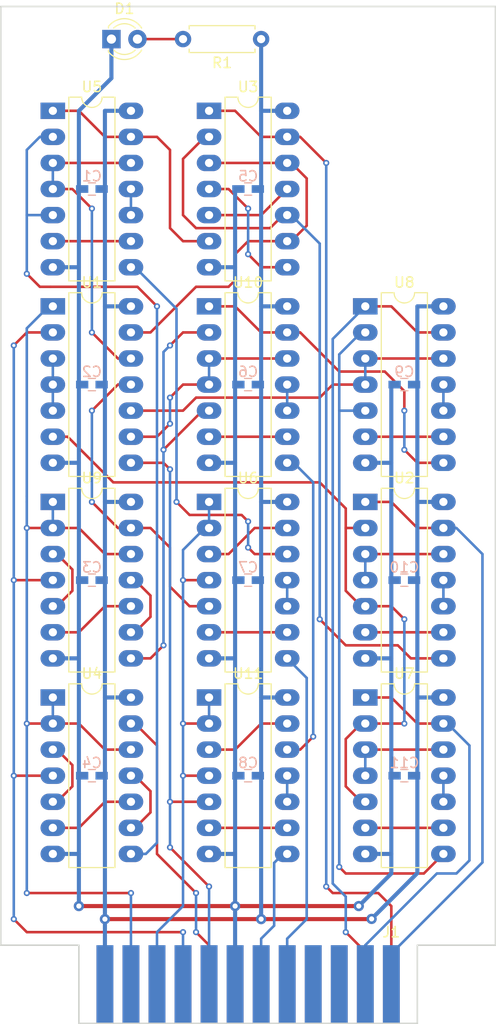
<source format=kicad_pcb>
(kicad_pcb (version 20171130) (host pcbnew "(5.0.0-3-g5ebb6b6)")

  (general
    (thickness 1.6)
    (drawings 8)
    (tracks 447)
    (zones 0)
    (modules 25)
    (nets 62)
  )

  (page A4)
  (layers
    (0 F.Cu signal)
    (31 B.Cu signal)
    (32 B.Adhes user)
    (33 F.Adhes user)
    (34 B.Paste user)
    (35 F.Paste user)
    (36 B.SilkS user)
    (37 F.SilkS user)
    (38 B.Mask user)
    (39 F.Mask user)
    (40 Dwgs.User user)
    (41 Cmts.User user)
    (42 Eco1.User user)
    (43 Eco2.User user)
    (44 Edge.Cuts user)
    (45 Margin user)
    (46 B.CrtYd user)
    (47 F.CrtYd user)
    (48 B.Fab user)
    (49 F.Fab user)
  )

  (setup
    (last_trace_width 0.25)
    (trace_clearance 0.2)
    (zone_clearance 0.508)
    (zone_45_only no)
    (trace_min 0.2)
    (segment_width 0.2)
    (edge_width 0.15)
    (via_size 0.6)
    (via_drill 0.3)
    (via_min_size 0.4)
    (via_min_drill 0.3)
    (uvia_size 0.3)
    (uvia_drill 0.1)
    (uvias_allowed no)
    (uvia_min_size 0.2)
    (uvia_min_drill 0.1)
    (pcb_text_width 0.3)
    (pcb_text_size 1.5 1.5)
    (mod_edge_width 0.15)
    (mod_text_size 1 1)
    (mod_text_width 0.15)
    (pad_size 1.524 1.524)
    (pad_drill 0.762)
    (pad_to_mask_clearance 0.2)
    (aux_axis_origin 0 0)
    (visible_elements FFFFFF7F)
    (pcbplotparams
      (layerselection 0x010fc_ffffffff)
      (usegerberextensions false)
      (usegerberattributes false)
      (usegerberadvancedattributes false)
      (creategerberjobfile false)
      (excludeedgelayer true)
      (linewidth 0.100000)
      (plotframeref false)
      (viasonmask false)
      (mode 1)
      (useauxorigin false)
      (hpglpennumber 1)
      (hpglpenspeed 20)
      (hpglpendiameter 15.000000)
      (psnegative false)
      (psa4output false)
      (plotreference true)
      (plotvalue true)
      (plotinvisibletext false)
      (padsonsilk false)
      (subtractmaskfromsilk false)
      (outputformat 1)
      (mirror false)
      (drillshape 1)
      (scaleselection 1)
      (outputdirectory ""))
  )

  (net 0 "")
  (net 1 GND)
  (net 2 VCC)
  (net 3 "Net-(D1-Pad2)")
  (net 4 /F2)
  (net 5 /F1)
  (net 6 /F0)
  (net 7 /Cin)
  (net 8 /Cout)
  (net 9 "Net-(J1-Pad13)")
  (net 10 /S1)
  (net 11 "Net-(J1-Pad15)")
  (net 12 /S0)
  (net 13 "Net-(J1-Pad17)")
  (net 14 "Net-(J1-Pad18)")
  (net 15 "Net-(J1-Pad19)")
  (net 16 "Net-(J1-Pad20)")
  (net 17 /A1)
  (net 18 /B1)
  (net 19 /A0)
  (net 20 /B0)
  (net 21 "Net-(U1-Pad13)")
  (net 22 /SUB_FLAG)
  (net 23 "Net-(U1-Pad12)")
  (net 24 "Net-(U1-Pad3)")
  (net 25 "Net-(U1-Pad10)")
  (net 26 "Net-(U1-Pad9)")
  (net 27 /IBC)
  (net 28 "Net-(U2-Pad6)")
  (net 29 "Net-(U2-Pad12)")
  (net 30 "Net-(U2-Pad10)")
  (net 31 /FA0_B)
  (net 32 "Net-(U3-Pad6)")
  (net 33 /FA0_Cin)
  (net 34 "Net-(U4-Pad10)")
  (net 35 /FA0_S)
  (net 36 "Net-(U5-Pad6)")
  (net 37 "Net-(U5-Pad10)")
  (net 38 "Net-(U6-Pad13)")
  (net 39 "Net-(U6-Pad6)")
  (net 40 "Net-(U6-Pad10)")
  (net 41 /FA1_B)
  (net 42 "Net-(U7-Pad6)")
  (net 43 "Net-(U7-Pad12)")
  (net 44 "Net-(U7-Pad10)")
  (net 45 "Net-(U8-Pad6)")
  (net 46 "Net-(U8-Pad10)")
  (net 47 "Net-(U10-Pad1)")
  (net 48 /FA1_Cin)
  (net 49 "Net-(U9-Pad10)")
  (net 50 /FA1_S)
  (net 51 "Net-(U10-Pad6)")
  (net 52 "Net-(U10-Pad10)")
  (net 53 "Net-(U11-Pad13)")
  (net 54 "Net-(U11-Pad6)")
  (net 55 "Net-(U11-Pad10)")
  (net 56 "Net-(U4-Pad11)")
  (net 57 "Net-(U4-Pad3)")
  (net 58 "Net-(U9-Pad11)")
  (net 59 "Net-(U9-Pad3)")
  (net 60 "Net-(U3-Pad11)")
  (net 61 "Net-(U3-Pad4)")

  (net_class Default "これはデフォルトのネット クラスです。"
    (clearance 0.2)
    (trace_width 0.25)
    (via_dia 0.6)
    (via_drill 0.3)
    (uvia_dia 0.3)
    (uvia_drill 0.1)
    (add_net /A0)
    (add_net /A1)
    (add_net /B0)
    (add_net /B1)
    (add_net /Cin)
    (add_net /Cout)
    (add_net /F0)
    (add_net /F1)
    (add_net /F2)
    (add_net /FA0_B)
    (add_net /FA0_Cin)
    (add_net /FA0_S)
    (add_net /FA1_B)
    (add_net /FA1_Cin)
    (add_net /FA1_S)
    (add_net /IBC)
    (add_net /S0)
    (add_net /S1)
    (add_net /SUB_FLAG)
    (add_net "Net-(D1-Pad2)")
    (add_net "Net-(J1-Pad13)")
    (add_net "Net-(J1-Pad15)")
    (add_net "Net-(J1-Pad17)")
    (add_net "Net-(J1-Pad18)")
    (add_net "Net-(J1-Pad19)")
    (add_net "Net-(J1-Pad20)")
    (add_net "Net-(U1-Pad10)")
    (add_net "Net-(U1-Pad12)")
    (add_net "Net-(U1-Pad13)")
    (add_net "Net-(U1-Pad3)")
    (add_net "Net-(U1-Pad9)")
    (add_net "Net-(U10-Pad1)")
    (add_net "Net-(U10-Pad10)")
    (add_net "Net-(U10-Pad6)")
    (add_net "Net-(U11-Pad10)")
    (add_net "Net-(U11-Pad13)")
    (add_net "Net-(U11-Pad6)")
    (add_net "Net-(U2-Pad10)")
    (add_net "Net-(U2-Pad12)")
    (add_net "Net-(U2-Pad6)")
    (add_net "Net-(U3-Pad11)")
    (add_net "Net-(U3-Pad4)")
    (add_net "Net-(U3-Pad6)")
    (add_net "Net-(U4-Pad10)")
    (add_net "Net-(U4-Pad11)")
    (add_net "Net-(U4-Pad3)")
    (add_net "Net-(U5-Pad10)")
    (add_net "Net-(U5-Pad6)")
    (add_net "Net-(U6-Pad10)")
    (add_net "Net-(U6-Pad13)")
    (add_net "Net-(U6-Pad6)")
    (add_net "Net-(U7-Pad10)")
    (add_net "Net-(U7-Pad12)")
    (add_net "Net-(U7-Pad6)")
    (add_net "Net-(U8-Pad10)")
    (add_net "Net-(U8-Pad6)")
    (add_net "Net-(U9-Pad10)")
    (add_net "Net-(U9-Pad11)")
    (add_net "Net-(U9-Pad3)")
  )

  (net_class power ""
    (clearance 0.3)
    (trace_width 0.4)
    (via_dia 1)
    (via_drill 0.5)
    (uvia_dia 0.3)
    (uvia_drill 0.1)
    (add_net GND)
    (add_net VCC)
  )

  (module Capacitors_SMD:C_0603_HandSoldering (layer B.Cu) (tedit 58AA848B) (tstamp 5BE9E361)
    (at 110.49 68.58 180)
    (descr "Capacitor SMD 0603, hand soldering")
    (tags "capacitor 0603")
    (path /5BEB7EBB)
    (attr smd)
    (fp_text reference C1 (at 0 1.25 180) (layer B.SilkS)
      (effects (font (size 1 1) (thickness 0.15)) (justify mirror))
    )
    (fp_text value 0.1µF (at 0 -1.5 180) (layer B.Fab)
      (effects (font (size 1 1) (thickness 0.15)) (justify mirror))
    )
    (fp_line (start 1.8 -0.65) (end -1.8 -0.65) (layer B.CrtYd) (width 0.05))
    (fp_line (start 1.8 -0.65) (end 1.8 0.65) (layer B.CrtYd) (width 0.05))
    (fp_line (start -1.8 0.65) (end -1.8 -0.65) (layer B.CrtYd) (width 0.05))
    (fp_line (start -1.8 0.65) (end 1.8 0.65) (layer B.CrtYd) (width 0.05))
    (fp_line (start 0.35 -0.6) (end -0.35 -0.6) (layer B.SilkS) (width 0.12))
    (fp_line (start -0.35 0.6) (end 0.35 0.6) (layer B.SilkS) (width 0.12))
    (fp_line (start -0.8 0.4) (end 0.8 0.4) (layer B.Fab) (width 0.1))
    (fp_line (start 0.8 0.4) (end 0.8 -0.4) (layer B.Fab) (width 0.1))
    (fp_line (start 0.8 -0.4) (end -0.8 -0.4) (layer B.Fab) (width 0.1))
    (fp_line (start -0.8 -0.4) (end -0.8 0.4) (layer B.Fab) (width 0.1))
    (fp_text user %R (at 0 1.25 180) (layer B.Fab)
      (effects (font (size 1 1) (thickness 0.15)) (justify mirror))
    )
    (pad 2 smd rect (at 0.95 0 180) (size 1.2 0.75) (layers B.Cu B.Paste B.Mask)
      (net 1 GND))
    (pad 1 smd rect (at -0.95 0 180) (size 1.2 0.75) (layers B.Cu B.Paste B.Mask)
      (net 2 VCC))
    (model Capacitors_SMD.3dshapes/C_0603.wrl
      (at (xyz 0 0 0))
      (scale (xyz 1 1 1))
      (rotate (xyz 0 0 0))
    )
  )

  (module Capacitors_SMD:C_0603_HandSoldering (layer B.Cu) (tedit 58AA848B) (tstamp 5BEA13EA)
    (at 110.49 87.63 180)
    (descr "Capacitor SMD 0603, hand soldering")
    (tags "capacitor 0603")
    (path /5BEE735E)
    (attr smd)
    (fp_text reference C2 (at 0 1.25 180) (layer B.SilkS)
      (effects (font (size 1 1) (thickness 0.15)) (justify mirror))
    )
    (fp_text value 0.1µF (at 0 -1.5 180) (layer B.Fab)
      (effects (font (size 1 1) (thickness 0.15)) (justify mirror))
    )
    (fp_text user %R (at 0 1.25 180) (layer B.Fab)
      (effects (font (size 1 1) (thickness 0.15)) (justify mirror))
    )
    (fp_line (start -0.8 -0.4) (end -0.8 0.4) (layer B.Fab) (width 0.1))
    (fp_line (start 0.8 -0.4) (end -0.8 -0.4) (layer B.Fab) (width 0.1))
    (fp_line (start 0.8 0.4) (end 0.8 -0.4) (layer B.Fab) (width 0.1))
    (fp_line (start -0.8 0.4) (end 0.8 0.4) (layer B.Fab) (width 0.1))
    (fp_line (start -0.35 0.6) (end 0.35 0.6) (layer B.SilkS) (width 0.12))
    (fp_line (start 0.35 -0.6) (end -0.35 -0.6) (layer B.SilkS) (width 0.12))
    (fp_line (start -1.8 0.65) (end 1.8 0.65) (layer B.CrtYd) (width 0.05))
    (fp_line (start -1.8 0.65) (end -1.8 -0.65) (layer B.CrtYd) (width 0.05))
    (fp_line (start 1.8 -0.65) (end 1.8 0.65) (layer B.CrtYd) (width 0.05))
    (fp_line (start 1.8 -0.65) (end -1.8 -0.65) (layer B.CrtYd) (width 0.05))
    (pad 1 smd rect (at -0.95 0 180) (size 1.2 0.75) (layers B.Cu B.Paste B.Mask)
      (net 2 VCC))
    (pad 2 smd rect (at 0.95 0 180) (size 1.2 0.75) (layers B.Cu B.Paste B.Mask)
      (net 1 GND))
    (model Capacitors_SMD.3dshapes/C_0603.wrl
      (at (xyz 0 0 0))
      (scale (xyz 1 1 1))
      (rotate (xyz 0 0 0))
    )
  )

  (module Capacitors_SMD:C_0603_HandSoldering (layer B.Cu) (tedit 58AA848B) (tstamp 5BE9E301)
    (at 110.49 106.68 180)
    (descr "Capacitor SMD 0603, hand soldering")
    (tags "capacitor 0603")
    (path /5BEE73F5)
    (attr smd)
    (fp_text reference C3 (at 0 1.25 180) (layer B.SilkS)
      (effects (font (size 1 1) (thickness 0.15)) (justify mirror))
    )
    (fp_text value 0.1µF (at 0 -1.5 180) (layer B.Fab)
      (effects (font (size 1 1) (thickness 0.15)) (justify mirror))
    )
    (fp_line (start 1.8 -0.65) (end -1.8 -0.65) (layer B.CrtYd) (width 0.05))
    (fp_line (start 1.8 -0.65) (end 1.8 0.65) (layer B.CrtYd) (width 0.05))
    (fp_line (start -1.8 0.65) (end -1.8 -0.65) (layer B.CrtYd) (width 0.05))
    (fp_line (start -1.8 0.65) (end 1.8 0.65) (layer B.CrtYd) (width 0.05))
    (fp_line (start 0.35 -0.6) (end -0.35 -0.6) (layer B.SilkS) (width 0.12))
    (fp_line (start -0.35 0.6) (end 0.35 0.6) (layer B.SilkS) (width 0.12))
    (fp_line (start -0.8 0.4) (end 0.8 0.4) (layer B.Fab) (width 0.1))
    (fp_line (start 0.8 0.4) (end 0.8 -0.4) (layer B.Fab) (width 0.1))
    (fp_line (start 0.8 -0.4) (end -0.8 -0.4) (layer B.Fab) (width 0.1))
    (fp_line (start -0.8 -0.4) (end -0.8 0.4) (layer B.Fab) (width 0.1))
    (fp_text user %R (at 0 1.25 180) (layer B.Fab)
      (effects (font (size 1 1) (thickness 0.15)) (justify mirror))
    )
    (pad 2 smd rect (at 0.95 0 180) (size 1.2 0.75) (layers B.Cu B.Paste B.Mask)
      (net 1 GND))
    (pad 1 smd rect (at -0.95 0 180) (size 1.2 0.75) (layers B.Cu B.Paste B.Mask)
      (net 2 VCC))
    (model Capacitors_SMD.3dshapes/C_0603.wrl
      (at (xyz 0 0 0))
      (scale (xyz 1 1 1))
      (rotate (xyz 0 0 0))
    )
  )

  (module Capacitors_SMD:C_0603_HandSoldering (layer B.Cu) (tedit 58AA848B) (tstamp 5BE9E2A1)
    (at 110.49 125.73 180)
    (descr "Capacitor SMD 0603, hand soldering")
    (tags "capacitor 0603")
    (path /5BEE7490)
    (attr smd)
    (fp_text reference C4 (at 0 1.25 180) (layer B.SilkS)
      (effects (font (size 1 1) (thickness 0.15)) (justify mirror))
    )
    (fp_text value 0.1µF (at 0 -1.5 180) (layer B.Fab)
      (effects (font (size 1 1) (thickness 0.15)) (justify mirror))
    )
    (fp_text user %R (at 0 1.25 180) (layer B.Fab)
      (effects (font (size 1 1) (thickness 0.15)) (justify mirror))
    )
    (fp_line (start -0.8 -0.4) (end -0.8 0.4) (layer B.Fab) (width 0.1))
    (fp_line (start 0.8 -0.4) (end -0.8 -0.4) (layer B.Fab) (width 0.1))
    (fp_line (start 0.8 0.4) (end 0.8 -0.4) (layer B.Fab) (width 0.1))
    (fp_line (start -0.8 0.4) (end 0.8 0.4) (layer B.Fab) (width 0.1))
    (fp_line (start -0.35 0.6) (end 0.35 0.6) (layer B.SilkS) (width 0.12))
    (fp_line (start 0.35 -0.6) (end -0.35 -0.6) (layer B.SilkS) (width 0.12))
    (fp_line (start -1.8 0.65) (end 1.8 0.65) (layer B.CrtYd) (width 0.05))
    (fp_line (start -1.8 0.65) (end -1.8 -0.65) (layer B.CrtYd) (width 0.05))
    (fp_line (start 1.8 -0.65) (end 1.8 0.65) (layer B.CrtYd) (width 0.05))
    (fp_line (start 1.8 -0.65) (end -1.8 -0.65) (layer B.CrtYd) (width 0.05))
    (pad 1 smd rect (at -0.95 0 180) (size 1.2 0.75) (layers B.Cu B.Paste B.Mask)
      (net 2 VCC))
    (pad 2 smd rect (at 0.95 0 180) (size 1.2 0.75) (layers B.Cu B.Paste B.Mask)
      (net 1 GND))
    (model Capacitors_SMD.3dshapes/C_0603.wrl
      (at (xyz 0 0 0))
      (scale (xyz 1 1 1))
      (rotate (xyz 0 0 0))
    )
  )

  (module Capacitors_SMD:C_0603_HandSoldering (layer B.Cu) (tedit 58AA848B) (tstamp 5BE9E2D1)
    (at 125.73 68.58 180)
    (descr "Capacitor SMD 0603, hand soldering")
    (tags "capacitor 0603")
    (path /5BEE7527)
    (attr smd)
    (fp_text reference C5 (at 0 1.25 180) (layer B.SilkS)
      (effects (font (size 1 1) (thickness 0.15)) (justify mirror))
    )
    (fp_text value 0.1µF (at 0 -1.5 180) (layer B.Fab)
      (effects (font (size 1 1) (thickness 0.15)) (justify mirror))
    )
    (fp_line (start 1.8 -0.65) (end -1.8 -0.65) (layer B.CrtYd) (width 0.05))
    (fp_line (start 1.8 -0.65) (end 1.8 0.65) (layer B.CrtYd) (width 0.05))
    (fp_line (start -1.8 0.65) (end -1.8 -0.65) (layer B.CrtYd) (width 0.05))
    (fp_line (start -1.8 0.65) (end 1.8 0.65) (layer B.CrtYd) (width 0.05))
    (fp_line (start 0.35 -0.6) (end -0.35 -0.6) (layer B.SilkS) (width 0.12))
    (fp_line (start -0.35 0.6) (end 0.35 0.6) (layer B.SilkS) (width 0.12))
    (fp_line (start -0.8 0.4) (end 0.8 0.4) (layer B.Fab) (width 0.1))
    (fp_line (start 0.8 0.4) (end 0.8 -0.4) (layer B.Fab) (width 0.1))
    (fp_line (start 0.8 -0.4) (end -0.8 -0.4) (layer B.Fab) (width 0.1))
    (fp_line (start -0.8 -0.4) (end -0.8 0.4) (layer B.Fab) (width 0.1))
    (fp_text user %R (at 0 1.25 180) (layer B.Fab)
      (effects (font (size 1 1) (thickness 0.15)) (justify mirror))
    )
    (pad 2 smd rect (at 0.95 0 180) (size 1.2 0.75) (layers B.Cu B.Paste B.Mask)
      (net 1 GND))
    (pad 1 smd rect (at -0.95 0 180) (size 1.2 0.75) (layers B.Cu B.Paste B.Mask)
      (net 2 VCC))
    (model Capacitors_SMD.3dshapes/C_0603.wrl
      (at (xyz 0 0 0))
      (scale (xyz 1 1 1))
      (rotate (xyz 0 0 0))
    )
  )

  (module Capacitors_SMD:C_0603_HandSoldering (layer B.Cu) (tedit 58AA848B) (tstamp 5BE9E907)
    (at 125.73 87.63 180)
    (descr "Capacitor SMD 0603, hand soldering")
    (tags "capacitor 0603")
    (path /5BEE75C0)
    (attr smd)
    (fp_text reference C6 (at 0 1.25 180) (layer B.SilkS)
      (effects (font (size 1 1) (thickness 0.15)) (justify mirror))
    )
    (fp_text value 0.1µF (at 0 -1.5 180) (layer B.Fab)
      (effects (font (size 1 1) (thickness 0.15)) (justify mirror))
    )
    (fp_text user %R (at 0 1.25 180) (layer B.Fab)
      (effects (font (size 1 1) (thickness 0.15)) (justify mirror))
    )
    (fp_line (start -0.8 -0.4) (end -0.8 0.4) (layer B.Fab) (width 0.1))
    (fp_line (start 0.8 -0.4) (end -0.8 -0.4) (layer B.Fab) (width 0.1))
    (fp_line (start 0.8 0.4) (end 0.8 -0.4) (layer B.Fab) (width 0.1))
    (fp_line (start -0.8 0.4) (end 0.8 0.4) (layer B.Fab) (width 0.1))
    (fp_line (start -0.35 0.6) (end 0.35 0.6) (layer B.SilkS) (width 0.12))
    (fp_line (start 0.35 -0.6) (end -0.35 -0.6) (layer B.SilkS) (width 0.12))
    (fp_line (start -1.8 0.65) (end 1.8 0.65) (layer B.CrtYd) (width 0.05))
    (fp_line (start -1.8 0.65) (end -1.8 -0.65) (layer B.CrtYd) (width 0.05))
    (fp_line (start 1.8 -0.65) (end 1.8 0.65) (layer B.CrtYd) (width 0.05))
    (fp_line (start 1.8 -0.65) (end -1.8 -0.65) (layer B.CrtYd) (width 0.05))
    (pad 1 smd rect (at -0.95 0 180) (size 1.2 0.75) (layers B.Cu B.Paste B.Mask)
      (net 2 VCC))
    (pad 2 smd rect (at 0.95 0 180) (size 1.2 0.75) (layers B.Cu B.Paste B.Mask)
      (net 1 GND))
    (model Capacitors_SMD.3dshapes/C_0603.wrl
      (at (xyz 0 0 0))
      (scale (xyz 1 1 1))
      (rotate (xyz 0 0 0))
    )
  )

  (module Capacitors_SMD:C_0603_HandSoldering (layer B.Cu) (tedit 58AA848B) (tstamp 5BE9E8D7)
    (at 125.73 106.68 180)
    (descr "Capacitor SMD 0603, hand soldering")
    (tags "capacitor 0603")
    (path /5BEE765A)
    (attr smd)
    (fp_text reference C7 (at 0 1.25 180) (layer B.SilkS)
      (effects (font (size 1 1) (thickness 0.15)) (justify mirror))
    )
    (fp_text value 0.1µF (at 0 -1.5 180) (layer B.Fab)
      (effects (font (size 1 1) (thickness 0.15)) (justify mirror))
    )
    (fp_line (start 1.8 -0.65) (end -1.8 -0.65) (layer B.CrtYd) (width 0.05))
    (fp_line (start 1.8 -0.65) (end 1.8 0.65) (layer B.CrtYd) (width 0.05))
    (fp_line (start -1.8 0.65) (end -1.8 -0.65) (layer B.CrtYd) (width 0.05))
    (fp_line (start -1.8 0.65) (end 1.8 0.65) (layer B.CrtYd) (width 0.05))
    (fp_line (start 0.35 -0.6) (end -0.35 -0.6) (layer B.SilkS) (width 0.12))
    (fp_line (start -0.35 0.6) (end 0.35 0.6) (layer B.SilkS) (width 0.12))
    (fp_line (start -0.8 0.4) (end 0.8 0.4) (layer B.Fab) (width 0.1))
    (fp_line (start 0.8 0.4) (end 0.8 -0.4) (layer B.Fab) (width 0.1))
    (fp_line (start 0.8 -0.4) (end -0.8 -0.4) (layer B.Fab) (width 0.1))
    (fp_line (start -0.8 -0.4) (end -0.8 0.4) (layer B.Fab) (width 0.1))
    (fp_text user %R (at 0 1.25 180) (layer B.Fab)
      (effects (font (size 1 1) (thickness 0.15)) (justify mirror))
    )
    (pad 2 smd rect (at 0.95 0 180) (size 1.2 0.75) (layers B.Cu B.Paste B.Mask)
      (net 1 GND))
    (pad 1 smd rect (at -0.95 0 180) (size 1.2 0.75) (layers B.Cu B.Paste B.Mask)
      (net 2 VCC))
    (model Capacitors_SMD.3dshapes/C_0603.wrl
      (at (xyz 0 0 0))
      (scale (xyz 1 1 1))
      (rotate (xyz 0 0 0))
    )
  )

  (module Capacitors_SMD:C_0603_HandSoldering (layer B.Cu) (tedit 58AA848B) (tstamp 5BE9E8A7)
    (at 125.73 125.73 180)
    (descr "Capacitor SMD 0603, hand soldering")
    (tags "capacitor 0603")
    (path /5BEEED9D)
    (attr smd)
    (fp_text reference C8 (at 0 1.25 180) (layer B.SilkS)
      (effects (font (size 1 1) (thickness 0.15)) (justify mirror))
    )
    (fp_text value 0.1µF (at 0 -1.5 180) (layer B.Fab)
      (effects (font (size 1 1) (thickness 0.15)) (justify mirror))
    )
    (fp_text user %R (at 0 1.25 180) (layer B.Fab)
      (effects (font (size 1 1) (thickness 0.15)) (justify mirror))
    )
    (fp_line (start -0.8 -0.4) (end -0.8 0.4) (layer B.Fab) (width 0.1))
    (fp_line (start 0.8 -0.4) (end -0.8 -0.4) (layer B.Fab) (width 0.1))
    (fp_line (start 0.8 0.4) (end 0.8 -0.4) (layer B.Fab) (width 0.1))
    (fp_line (start -0.8 0.4) (end 0.8 0.4) (layer B.Fab) (width 0.1))
    (fp_line (start -0.35 0.6) (end 0.35 0.6) (layer B.SilkS) (width 0.12))
    (fp_line (start 0.35 -0.6) (end -0.35 -0.6) (layer B.SilkS) (width 0.12))
    (fp_line (start -1.8 0.65) (end 1.8 0.65) (layer B.CrtYd) (width 0.05))
    (fp_line (start -1.8 0.65) (end -1.8 -0.65) (layer B.CrtYd) (width 0.05))
    (fp_line (start 1.8 -0.65) (end 1.8 0.65) (layer B.CrtYd) (width 0.05))
    (fp_line (start 1.8 -0.65) (end -1.8 -0.65) (layer B.CrtYd) (width 0.05))
    (pad 1 smd rect (at -0.95 0 180) (size 1.2 0.75) (layers B.Cu B.Paste B.Mask)
      (net 2 VCC))
    (pad 2 smd rect (at 0.95 0 180) (size 1.2 0.75) (layers B.Cu B.Paste B.Mask)
      (net 1 GND))
    (model Capacitors_SMD.3dshapes/C_0603.wrl
      (at (xyz 0 0 0))
      (scale (xyz 1 1 1))
      (rotate (xyz 0 0 0))
    )
  )

  (module Capacitors_SMD:C_0603_HandSoldering (layer B.Cu) (tedit 58AA848B) (tstamp 5BE9D541)
    (at 140.97 87.63 180)
    (descr "Capacitor SMD 0603, hand soldering")
    (tags "capacitor 0603")
    (path /5BEEEE3E)
    (attr smd)
    (fp_text reference C9 (at 0 1.25 180) (layer B.SilkS)
      (effects (font (size 1 1) (thickness 0.15)) (justify mirror))
    )
    (fp_text value 0.1µF (at 0 -1.5 180) (layer B.Fab)
      (effects (font (size 1 1) (thickness 0.15)) (justify mirror))
    )
    (fp_text user %R (at 0 1.25 180) (layer B.Fab)
      (effects (font (size 1 1) (thickness 0.15)) (justify mirror))
    )
    (fp_line (start -0.8 -0.4) (end -0.8 0.4) (layer B.Fab) (width 0.1))
    (fp_line (start 0.8 -0.4) (end -0.8 -0.4) (layer B.Fab) (width 0.1))
    (fp_line (start 0.8 0.4) (end 0.8 -0.4) (layer B.Fab) (width 0.1))
    (fp_line (start -0.8 0.4) (end 0.8 0.4) (layer B.Fab) (width 0.1))
    (fp_line (start -0.35 0.6) (end 0.35 0.6) (layer B.SilkS) (width 0.12))
    (fp_line (start 0.35 -0.6) (end -0.35 -0.6) (layer B.SilkS) (width 0.12))
    (fp_line (start -1.8 0.65) (end 1.8 0.65) (layer B.CrtYd) (width 0.05))
    (fp_line (start -1.8 0.65) (end -1.8 -0.65) (layer B.CrtYd) (width 0.05))
    (fp_line (start 1.8 -0.65) (end 1.8 0.65) (layer B.CrtYd) (width 0.05))
    (fp_line (start 1.8 -0.65) (end -1.8 -0.65) (layer B.CrtYd) (width 0.05))
    (pad 1 smd rect (at -0.95 0 180) (size 1.2 0.75) (layers B.Cu B.Paste B.Mask)
      (net 2 VCC))
    (pad 2 smd rect (at 0.95 0 180) (size 1.2 0.75) (layers B.Cu B.Paste B.Mask)
      (net 1 GND))
    (model Capacitors_SMD.3dshapes/C_0603.wrl
      (at (xyz 0 0 0))
      (scale (xyz 1 1 1))
      (rotate (xyz 0 0 0))
    )
  )

  (module Capacitors_SMD:C_0603_HandSoldering (layer B.Cu) (tedit 58AA848B) (tstamp 5BE9E877)
    (at 140.97 106.68 180)
    (descr "Capacitor SMD 0603, hand soldering")
    (tags "capacitor 0603")
    (path /5BEEEED9)
    (attr smd)
    (fp_text reference C10 (at 0 1.25 180) (layer B.SilkS)
      (effects (font (size 1 1) (thickness 0.15)) (justify mirror))
    )
    (fp_text value 0.1µF (at 0 -1.5 180) (layer B.Fab)
      (effects (font (size 1 1) (thickness 0.15)) (justify mirror))
    )
    (fp_line (start 1.8 -0.65) (end -1.8 -0.65) (layer B.CrtYd) (width 0.05))
    (fp_line (start 1.8 -0.65) (end 1.8 0.65) (layer B.CrtYd) (width 0.05))
    (fp_line (start -1.8 0.65) (end -1.8 -0.65) (layer B.CrtYd) (width 0.05))
    (fp_line (start -1.8 0.65) (end 1.8 0.65) (layer B.CrtYd) (width 0.05))
    (fp_line (start 0.35 -0.6) (end -0.35 -0.6) (layer B.SilkS) (width 0.12))
    (fp_line (start -0.35 0.6) (end 0.35 0.6) (layer B.SilkS) (width 0.12))
    (fp_line (start -0.8 0.4) (end 0.8 0.4) (layer B.Fab) (width 0.1))
    (fp_line (start 0.8 0.4) (end 0.8 -0.4) (layer B.Fab) (width 0.1))
    (fp_line (start 0.8 -0.4) (end -0.8 -0.4) (layer B.Fab) (width 0.1))
    (fp_line (start -0.8 -0.4) (end -0.8 0.4) (layer B.Fab) (width 0.1))
    (fp_text user %R (at 0 1.25 180) (layer B.Fab)
      (effects (font (size 1 1) (thickness 0.15)) (justify mirror))
    )
    (pad 2 smd rect (at 0.95 0 180) (size 1.2 0.75) (layers B.Cu B.Paste B.Mask)
      (net 1 GND))
    (pad 1 smd rect (at -0.95 0 180) (size 1.2 0.75) (layers B.Cu B.Paste B.Mask)
      (net 2 VCC))
    (model Capacitors_SMD.3dshapes/C_0603.wrl
      (at (xyz 0 0 0))
      (scale (xyz 1 1 1))
      (rotate (xyz 0 0 0))
    )
  )

  (module Capacitors_SMD:C_0603_HandSoldering (layer B.Cu) (tedit 58AA848B) (tstamp 5BE9E4BA)
    (at 140.97 125.73 180)
    (descr "Capacitor SMD 0603, hand soldering")
    (tags "capacitor 0603")
    (path /5BEEEF78)
    (attr smd)
    (fp_text reference C11 (at 0 1.25 180) (layer B.SilkS)
      (effects (font (size 1 1) (thickness 0.15)) (justify mirror))
    )
    (fp_text value 0.1µF (at 0 -1.5 180) (layer B.Fab)
      (effects (font (size 1 1) (thickness 0.15)) (justify mirror))
    )
    (fp_text user %R (at 0 1.25 180) (layer B.Fab)
      (effects (font (size 1 1) (thickness 0.15)) (justify mirror))
    )
    (fp_line (start -0.8 -0.4) (end -0.8 0.4) (layer B.Fab) (width 0.1))
    (fp_line (start 0.8 -0.4) (end -0.8 -0.4) (layer B.Fab) (width 0.1))
    (fp_line (start 0.8 0.4) (end 0.8 -0.4) (layer B.Fab) (width 0.1))
    (fp_line (start -0.8 0.4) (end 0.8 0.4) (layer B.Fab) (width 0.1))
    (fp_line (start -0.35 0.6) (end 0.35 0.6) (layer B.SilkS) (width 0.12))
    (fp_line (start 0.35 -0.6) (end -0.35 -0.6) (layer B.SilkS) (width 0.12))
    (fp_line (start -1.8 0.65) (end 1.8 0.65) (layer B.CrtYd) (width 0.05))
    (fp_line (start -1.8 0.65) (end -1.8 -0.65) (layer B.CrtYd) (width 0.05))
    (fp_line (start 1.8 -0.65) (end 1.8 0.65) (layer B.CrtYd) (width 0.05))
    (fp_line (start 1.8 -0.65) (end -1.8 -0.65) (layer B.CrtYd) (width 0.05))
    (pad 1 smd rect (at -0.95 0 180) (size 1.2 0.75) (layers B.Cu B.Paste B.Mask)
      (net 2 VCC))
    (pad 2 smd rect (at 0.95 0 180) (size 1.2 0.75) (layers B.Cu B.Paste B.Mask)
      (net 1 GND))
    (model Capacitors_SMD.3dshapes/C_0603.wrl
      (at (xyz 0 0 0))
      (scale (xyz 1 1 1))
      (rotate (xyz 0 0 0))
    )
  )

  (module LEDs:LED_D3.0mm (layer F.Cu) (tedit 587A3A7B) (tstamp 5BE9E654)
    (at 112.395 53.975)
    (descr "LED, diameter 3.0mm, 2 pins")
    (tags "LED diameter 3.0mm 2 pins")
    (path /5BD9BE0F)
    (fp_text reference D1 (at 1.27 -2.96) (layer F.SilkS)
      (effects (font (size 1 1) (thickness 0.15)))
    )
    (fp_text value POWER (at 1.27 2.96) (layer F.Fab)
      (effects (font (size 1 1) (thickness 0.15)))
    )
    (fp_line (start 3.7 -2.25) (end -1.15 -2.25) (layer F.CrtYd) (width 0.05))
    (fp_line (start 3.7 2.25) (end 3.7 -2.25) (layer F.CrtYd) (width 0.05))
    (fp_line (start -1.15 2.25) (end 3.7 2.25) (layer F.CrtYd) (width 0.05))
    (fp_line (start -1.15 -2.25) (end -1.15 2.25) (layer F.CrtYd) (width 0.05))
    (fp_line (start -0.29 1.08) (end -0.29 1.236) (layer F.SilkS) (width 0.12))
    (fp_line (start -0.29 -1.236) (end -0.29 -1.08) (layer F.SilkS) (width 0.12))
    (fp_line (start -0.23 -1.16619) (end -0.23 1.16619) (layer F.Fab) (width 0.1))
    (fp_circle (center 1.27 0) (end 2.77 0) (layer F.Fab) (width 0.1))
    (fp_arc (start 1.27 0) (end 0.229039 1.08) (angle -87.9) (layer F.SilkS) (width 0.12))
    (fp_arc (start 1.27 0) (end 0.229039 -1.08) (angle 87.9) (layer F.SilkS) (width 0.12))
    (fp_arc (start 1.27 0) (end -0.29 1.235516) (angle -108.8) (layer F.SilkS) (width 0.12))
    (fp_arc (start 1.27 0) (end -0.29 -1.235516) (angle 108.8) (layer F.SilkS) (width 0.12))
    (fp_arc (start 1.27 0) (end -0.23 -1.16619) (angle 284.3) (layer F.Fab) (width 0.1))
    (pad 2 thru_hole circle (at 2.54 0) (size 1.8 1.8) (drill 0.9) (layers *.Cu *.Mask)
      (net 3 "Net-(D1-Pad2)"))
    (pad 1 thru_hole rect (at 0 0) (size 1.8 1.8) (drill 0.9) (layers *.Cu *.Mask)
      (net 1 GND))
    (model ${KISYS3DMOD}/LEDs.3dshapes/LED_D3.0mm.wrl
      (at (xyz 0 0 0))
      (scale (xyz 0.393701 0.393701 0.393701))
      (rotate (xyz 0 0 0))
    )
  )

  (module fplib:5530843-1_edge (layer F.Cu) (tedit 5BD7BE6E) (tstamp 5BE9DC1A)
    (at 125.73 146.05)
    (path /5BE783BF)
    (fp_text reference J1 (at 13.97 -5.08) (layer F.SilkS)
      (effects (font (size 1 1) (thickness 0.15)))
    )
    (fp_text value Conn_02x12 (at -8.89 -5.08) (layer F.Fab)
      (effects (font (size 1 1) (thickness 0.15)))
    )
    (pad 1 connect rect (at -13.97 0) (size 1.651 7.62) (layers F.Cu F.Mask)
      (net 2 VCC))
    (pad 2 connect rect (at -13.97 0) (size 1.651 7.62) (layers B.Cu B.Mask)
      (net 2 VCC))
    (pad 3 connect rect (at -11.43 0) (size 1.651 7.62) (layers F.Cu F.Mask)
      (net 4 /F2))
    (pad 4 connect rect (at -11.43 0) (size 1.651 7.62) (layers B.Cu B.Mask)
      (net 4 /F2))
    (pad 5 connect rect (at -8.89 0) (size 1.651 7.62) (layers F.Cu F.Mask)
      (net 5 /F1))
    (pad 6 connect rect (at -8.89 0) (size 1.651 7.62) (layers B.Cu B.Mask)
      (net 5 /F1))
    (pad 7 connect rect (at -6.35 0) (size 1.651 7.62) (layers F.Cu F.Mask)
      (net 6 /F0))
    (pad 8 connect rect (at -6.35 0) (size 1.651 7.62) (layers B.Cu B.Mask)
      (net 6 /F0))
    (pad 9 connect rect (at -3.81 0) (size 1.651 7.62) (layers F.Cu F.Mask)
      (net 7 /Cin))
    (pad 10 connect rect (at -3.81 0) (size 1.651 7.62) (layers B.Cu B.Mask)
      (net 8 /Cout))
    (pad 11 connect rect (at -1.27 0) (size 1.651 7.62) (layers F.Cu F.Mask)
      (net 1 GND))
    (pad 12 connect rect (at -1.27 0) (size 1.651 7.62) (layers B.Cu B.Mask)
      (net 1 GND))
    (pad 13 connect rect (at 1.27 0) (size 1.651 7.62) (layers F.Cu F.Mask)
      (net 9 "Net-(J1-Pad13)"))
    (pad 14 connect rect (at 1.27 0) (size 1.651 7.62) (layers B.Cu B.Mask)
      (net 10 /S1))
    (pad 15 connect rect (at 3.81 0) (size 1.651 7.62) (layers F.Cu F.Mask)
      (net 11 "Net-(J1-Pad15)"))
    (pad 16 connect rect (at 3.81 0) (size 1.651 7.62) (layers B.Cu B.Mask)
      (net 12 /S0))
    (pad 17 connect rect (at 6.35 0) (size 1.651 7.62) (layers F.Cu F.Mask)
      (net 13 "Net-(J1-Pad17)"))
    (pad 18 connect rect (at 6.35 0) (size 1.651 7.62) (layers B.Cu B.Mask)
      (net 14 "Net-(J1-Pad18)"))
    (pad 19 connect rect (at 8.89 0) (size 1.651 7.62) (layers F.Cu F.Mask)
      (net 15 "Net-(J1-Pad19)"))
    (pad 20 connect rect (at 8.89 0) (size 1.651 7.62) (layers B.Cu B.Mask)
      (net 16 "Net-(J1-Pad20)"))
    (pad 21 connect rect (at 11.43 0) (size 1.651 7.62) (layers F.Cu F.Mask)
      (net 17 /A1))
    (pad 22 connect rect (at 11.43 0) (size 1.651 7.62) (layers B.Cu B.Mask)
      (net 18 /B1))
    (pad 23 connect rect (at 13.97 0) (size 1.651 7.62) (layers F.Cu F.Mask)
      (net 19 /A0))
    (pad 24 connect rect (at 13.97 0) (size 1.651 7.62) (layers B.Cu B.Mask)
      (net 20 /B0))
  )

  (module Resistors_ThroughHole:R_Axial_DIN0207_L6.3mm_D2.5mm_P7.62mm_Horizontal (layer F.Cu) (tedit 5874F706) (tstamp 5BF35FC7)
    (at 127 53.975 180)
    (descr "Resistor, Axial_DIN0207 series, Axial, Horizontal, pin pitch=7.62mm, 0.25W = 1/4W, length*diameter=6.3*2.5mm^2, http://cdn-reichelt.de/documents/datenblatt/B400/1_4W%23YAG.pdf")
    (tags "Resistor Axial_DIN0207 series Axial Horizontal pin pitch 7.62mm 0.25W = 1/4W length 6.3mm diameter 2.5mm")
    (path /5BD9BC6D)
    (fp_text reference R1 (at 3.81 -2.31 180) (layer F.SilkS)
      (effects (font (size 1 1) (thickness 0.15)))
    )
    (fp_text value R (at 3.81 2.31 180) (layer F.Fab)
      (effects (font (size 1 1) (thickness 0.15)))
    )
    (fp_line (start 8.7 -1.6) (end -1.05 -1.6) (layer F.CrtYd) (width 0.05))
    (fp_line (start 8.7 1.6) (end 8.7 -1.6) (layer F.CrtYd) (width 0.05))
    (fp_line (start -1.05 1.6) (end 8.7 1.6) (layer F.CrtYd) (width 0.05))
    (fp_line (start -1.05 -1.6) (end -1.05 1.6) (layer F.CrtYd) (width 0.05))
    (fp_line (start 7.02 1.31) (end 7.02 0.98) (layer F.SilkS) (width 0.12))
    (fp_line (start 0.6 1.31) (end 7.02 1.31) (layer F.SilkS) (width 0.12))
    (fp_line (start 0.6 0.98) (end 0.6 1.31) (layer F.SilkS) (width 0.12))
    (fp_line (start 7.02 -1.31) (end 7.02 -0.98) (layer F.SilkS) (width 0.12))
    (fp_line (start 0.6 -1.31) (end 7.02 -1.31) (layer F.SilkS) (width 0.12))
    (fp_line (start 0.6 -0.98) (end 0.6 -1.31) (layer F.SilkS) (width 0.12))
    (fp_line (start 7.62 0) (end 6.96 0) (layer F.Fab) (width 0.1))
    (fp_line (start 0 0) (end 0.66 0) (layer F.Fab) (width 0.1))
    (fp_line (start 6.96 -1.25) (end 0.66 -1.25) (layer F.Fab) (width 0.1))
    (fp_line (start 6.96 1.25) (end 6.96 -1.25) (layer F.Fab) (width 0.1))
    (fp_line (start 0.66 1.25) (end 6.96 1.25) (layer F.Fab) (width 0.1))
    (fp_line (start 0.66 -1.25) (end 0.66 1.25) (layer F.Fab) (width 0.1))
    (pad 2 thru_hole oval (at 7.62 0 180) (size 1.6 1.6) (drill 0.8) (layers *.Cu *.Mask)
      (net 3 "Net-(D1-Pad2)"))
    (pad 1 thru_hole circle (at 0 0 180) (size 1.6 1.6) (drill 0.8) (layers *.Cu *.Mask)
      (net 2 VCC))
    (model ${KISYS3DMOD}/Resistors_THT.3dshapes/R_Axial_DIN0207_L6.3mm_D2.5mm_P7.62mm_Horizontal.wrl
      (at (xyz 0 0 0))
      (scale (xyz 0.393701 0.393701 0.393701))
      (rotate (xyz 0 0 0))
    )
  )

  (module Housings_DIP:DIP-14_W7.62mm_LongPads (layer F.Cu) (tedit 59C78D6B) (tstamp 5BE9E825)
    (at 106.68 80.01)
    (descr "14-lead though-hole mounted DIP package, row spacing 7.62 mm (300 mils), LongPads")
    (tags "THT DIP DIL PDIP 2.54mm 7.62mm 300mil LongPads")
    (path /5BE921BD)
    (fp_text reference U1 (at 3.81 -2.33) (layer F.SilkS)
      (effects (font (size 1 1) (thickness 0.15)))
    )
    (fp_text value 74LS00 (at 3.81 17.57) (layer F.Fab)
      (effects (font (size 1 1) (thickness 0.15)))
    )
    (fp_text user %R (at 3.81 7.62) (layer F.Fab)
      (effects (font (size 1 1) (thickness 0.15)))
    )
    (fp_line (start 9.1 -1.55) (end -1.45 -1.55) (layer F.CrtYd) (width 0.05))
    (fp_line (start 9.1 16.8) (end 9.1 -1.55) (layer F.CrtYd) (width 0.05))
    (fp_line (start -1.45 16.8) (end 9.1 16.8) (layer F.CrtYd) (width 0.05))
    (fp_line (start -1.45 -1.55) (end -1.45 16.8) (layer F.CrtYd) (width 0.05))
    (fp_line (start 6.06 -1.33) (end 4.81 -1.33) (layer F.SilkS) (width 0.12))
    (fp_line (start 6.06 16.57) (end 6.06 -1.33) (layer F.SilkS) (width 0.12))
    (fp_line (start 1.56 16.57) (end 6.06 16.57) (layer F.SilkS) (width 0.12))
    (fp_line (start 1.56 -1.33) (end 1.56 16.57) (layer F.SilkS) (width 0.12))
    (fp_line (start 2.81 -1.33) (end 1.56 -1.33) (layer F.SilkS) (width 0.12))
    (fp_line (start 0.635 -0.27) (end 1.635 -1.27) (layer F.Fab) (width 0.1))
    (fp_line (start 0.635 16.51) (end 0.635 -0.27) (layer F.Fab) (width 0.1))
    (fp_line (start 6.985 16.51) (end 0.635 16.51) (layer F.Fab) (width 0.1))
    (fp_line (start 6.985 -1.27) (end 6.985 16.51) (layer F.Fab) (width 0.1))
    (fp_line (start 1.635 -1.27) (end 6.985 -1.27) (layer F.Fab) (width 0.1))
    (fp_arc (start 3.81 -1.33) (end 2.81 -1.33) (angle -180) (layer F.SilkS) (width 0.12))
    (pad 14 thru_hole oval (at 7.62 0) (size 2.4 1.6) (drill 0.8) (layers *.Cu *.Mask)
      (net 2 VCC))
    (pad 7 thru_hole oval (at 0 15.24) (size 2.4 1.6) (drill 0.8) (layers *.Cu *.Mask)
      (net 1 GND))
    (pad 13 thru_hole oval (at 7.62 2.54) (size 2.4 1.6) (drill 0.8) (layers *.Cu *.Mask)
      (net 21 "Net-(U1-Pad13)"))
    (pad 6 thru_hole oval (at 0 12.7) (size 2.4 1.6) (drill 0.8) (layers *.Cu *.Mask)
      (net 22 /SUB_FLAG))
    (pad 12 thru_hole oval (at 7.62 5.08) (size 2.4 1.6) (drill 0.8) (layers *.Cu *.Mask)
      (net 23 "Net-(U1-Pad12)"))
    (pad 5 thru_hole oval (at 0 10.16) (size 2.4 1.6) (drill 0.8) (layers *.Cu *.Mask)
      (net 24 "Net-(U1-Pad3)"))
    (pad 11 thru_hole oval (at 7.62 7.62) (size 2.4 1.6) (drill 0.8) (layers *.Cu *.Mask)
      (net 27 /IBC))
    (pad 4 thru_hole oval (at 0 7.62) (size 2.4 1.6) (drill 0.8) (layers *.Cu *.Mask)
      (net 24 "Net-(U1-Pad3)"))
    (pad 10 thru_hole oval (at 7.62 10.16) (size 2.4 1.6) (drill 0.8) (layers *.Cu *.Mask)
      (net 25 "Net-(U1-Pad10)"))
    (pad 3 thru_hole oval (at 0 5.08) (size 2.4 1.6) (drill 0.8) (layers *.Cu *.Mask)
      (net 24 "Net-(U1-Pad3)"))
    (pad 9 thru_hole oval (at 7.62 12.7) (size 2.4 1.6) (drill 0.8) (layers *.Cu *.Mask)
      (net 26 "Net-(U1-Pad9)"))
    (pad 2 thru_hole oval (at 0 2.54) (size 2.4 1.6) (drill 0.8) (layers *.Cu *.Mask)
      (net 6 /F0))
    (pad 8 thru_hole oval (at 7.62 15.24) (size 2.4 1.6) (drill 0.8) (layers *.Cu *.Mask)
      (net 8 /Cout))
    (pad 1 thru_hole rect (at 0 0) (size 2.4 1.6) (drill 0.8) (layers *.Cu *.Mask)
      (net 4 /F2))
    (model ${KISYS3DMOD}/Housings_DIP.3dshapes/DIP-14_W7.62mm.wrl
      (at (xyz 0 0 0))
      (scale (xyz 1 1 1))
      (rotate (xyz 0 0 0))
    )
  )

  (module Housings_DIP:DIP-14_W7.62mm_LongPads (layer F.Cu) (tedit 59C78D6B) (tstamp 5BE9E75F)
    (at 137.16 99.06)
    (descr "14-lead though-hole mounted DIP package, row spacing 7.62 mm (300 mils), LongPads")
    (tags "THT DIP DIL PDIP 2.54mm 7.62mm 300mil LongPads")
    (path /5BE9D5A5)
    (fp_text reference U2 (at 3.81 -2.33) (layer F.SilkS)
      (effects (font (size 1 1) (thickness 0.15)))
    )
    (fp_text value 74LS00 (at 3.81 17.57) (layer F.Fab)
      (effects (font (size 1 1) (thickness 0.15)))
    )
    (fp_text user %R (at 3.81 7.62) (layer F.Fab)
      (effects (font (size 1 1) (thickness 0.15)))
    )
    (fp_line (start 9.1 -1.55) (end -1.45 -1.55) (layer F.CrtYd) (width 0.05))
    (fp_line (start 9.1 16.8) (end 9.1 -1.55) (layer F.CrtYd) (width 0.05))
    (fp_line (start -1.45 16.8) (end 9.1 16.8) (layer F.CrtYd) (width 0.05))
    (fp_line (start -1.45 -1.55) (end -1.45 16.8) (layer F.CrtYd) (width 0.05))
    (fp_line (start 6.06 -1.33) (end 4.81 -1.33) (layer F.SilkS) (width 0.12))
    (fp_line (start 6.06 16.57) (end 6.06 -1.33) (layer F.SilkS) (width 0.12))
    (fp_line (start 1.56 16.57) (end 6.06 16.57) (layer F.SilkS) (width 0.12))
    (fp_line (start 1.56 -1.33) (end 1.56 16.57) (layer F.SilkS) (width 0.12))
    (fp_line (start 2.81 -1.33) (end 1.56 -1.33) (layer F.SilkS) (width 0.12))
    (fp_line (start 0.635 -0.27) (end 1.635 -1.27) (layer F.Fab) (width 0.1))
    (fp_line (start 0.635 16.51) (end 0.635 -0.27) (layer F.Fab) (width 0.1))
    (fp_line (start 6.985 16.51) (end 0.635 16.51) (layer F.Fab) (width 0.1))
    (fp_line (start 6.985 -1.27) (end 6.985 16.51) (layer F.Fab) (width 0.1))
    (fp_line (start 1.635 -1.27) (end 6.985 -1.27) (layer F.Fab) (width 0.1))
    (fp_arc (start 3.81 -1.33) (end 2.81 -1.33) (angle -180) (layer F.SilkS) (width 0.12))
    (pad 14 thru_hole oval (at 7.62 0) (size 2.4 1.6) (drill 0.8) (layers *.Cu *.Mask)
      (net 2 VCC))
    (pad 7 thru_hole oval (at 0 15.24) (size 2.4 1.6) (drill 0.8) (layers *.Cu *.Mask)
      (net 1 GND))
    (pad 13 thru_hole oval (at 7.62 2.54) (size 2.4 1.6) (drill 0.8) (layers *.Cu *.Mask)
      (net 20 /B0))
    (pad 6 thru_hole oval (at 0 12.7) (size 2.4 1.6) (drill 0.8) (layers *.Cu *.Mask)
      (net 28 "Net-(U2-Pad6)"))
    (pad 12 thru_hole oval (at 7.62 5.08) (size 2.4 1.6) (drill 0.8) (layers *.Cu *.Mask)
      (net 29 "Net-(U2-Pad12)"))
    (pad 5 thru_hole oval (at 0 10.16) (size 2.4 1.6) (drill 0.8) (layers *.Cu *.Mask)
      (net 22 /SUB_FLAG))
    (pad 11 thru_hole oval (at 7.62 7.62) (size 2.4 1.6) (drill 0.8) (layers *.Cu *.Mask)
      (net 30 "Net-(U2-Pad10)"))
    (pad 4 thru_hole oval (at 0 7.62) (size 2.4 1.6) (drill 0.8) (layers *.Cu *.Mask)
      (net 29 "Net-(U2-Pad12)"))
    (pad 10 thru_hole oval (at 7.62 10.16) (size 2.4 1.6) (drill 0.8) (layers *.Cu *.Mask)
      (net 30 "Net-(U2-Pad10)"))
    (pad 3 thru_hole oval (at 0 5.08) (size 2.4 1.6) (drill 0.8) (layers *.Cu *.Mask)
      (net 29 "Net-(U2-Pad12)"))
    (pad 9 thru_hole oval (at 7.62 12.7) (size 2.4 1.6) (drill 0.8) (layers *.Cu *.Mask)
      (net 28 "Net-(U2-Pad6)"))
    (pad 2 thru_hole oval (at 0 2.54) (size 2.4 1.6) (drill 0.8) (layers *.Cu *.Mask)
      (net 22 /SUB_FLAG))
    (pad 8 thru_hole oval (at 7.62 15.24) (size 2.4 1.6) (drill 0.8) (layers *.Cu *.Mask)
      (net 31 /FA0_B))
    (pad 1 thru_hole rect (at 0 0) (size 2.4 1.6) (drill 0.8) (layers *.Cu *.Mask)
      (net 20 /B0))
    (model ${KISYS3DMOD}/Housings_DIP.3dshapes/DIP-14_W7.62mm.wrl
      (at (xyz 0 0 0))
      (scale (xyz 1 1 1))
      (rotate (xyz 0 0 0))
    )
  )

  (module Housings_DIP:DIP-14_W7.62mm_LongPads (layer F.Cu) (tedit 59C78D6B) (tstamp 5BF29FED)
    (at 121.92 60.96)
    (descr "14-lead though-hole mounted DIP package, row spacing 7.62 mm (300 mils), LongPads")
    (tags "THT DIP DIL PDIP 2.54mm 7.62mm 300mil LongPads")
    (path /5BEAFC8E)
    (fp_text reference U3 (at 3.81 -2.33) (layer F.SilkS)
      (effects (font (size 1 1) (thickness 0.15)))
    )
    (fp_text value 74LS00 (at 3.81 17.57) (layer F.Fab)
      (effects (font (size 1 1) (thickness 0.15)))
    )
    (fp_text user %R (at 3.81 7.62) (layer F.Fab)
      (effects (font (size 1 1) (thickness 0.15)))
    )
    (fp_line (start 9.1 -1.55) (end -1.45 -1.55) (layer F.CrtYd) (width 0.05))
    (fp_line (start 9.1 16.8) (end 9.1 -1.55) (layer F.CrtYd) (width 0.05))
    (fp_line (start -1.45 16.8) (end 9.1 16.8) (layer F.CrtYd) (width 0.05))
    (fp_line (start -1.45 -1.55) (end -1.45 16.8) (layer F.CrtYd) (width 0.05))
    (fp_line (start 6.06 -1.33) (end 4.81 -1.33) (layer F.SilkS) (width 0.12))
    (fp_line (start 6.06 16.57) (end 6.06 -1.33) (layer F.SilkS) (width 0.12))
    (fp_line (start 1.56 16.57) (end 6.06 16.57) (layer F.SilkS) (width 0.12))
    (fp_line (start 1.56 -1.33) (end 1.56 16.57) (layer F.SilkS) (width 0.12))
    (fp_line (start 2.81 -1.33) (end 1.56 -1.33) (layer F.SilkS) (width 0.12))
    (fp_line (start 0.635 -0.27) (end 1.635 -1.27) (layer F.Fab) (width 0.1))
    (fp_line (start 0.635 16.51) (end 0.635 -0.27) (layer F.Fab) (width 0.1))
    (fp_line (start 6.985 16.51) (end 0.635 16.51) (layer F.Fab) (width 0.1))
    (fp_line (start 6.985 -1.27) (end 6.985 16.51) (layer F.Fab) (width 0.1))
    (fp_line (start 1.635 -1.27) (end 6.985 -1.27) (layer F.Fab) (width 0.1))
    (fp_arc (start 3.81 -1.33) (end 2.81 -1.33) (angle -180) (layer F.SilkS) (width 0.12))
    (pad 14 thru_hole oval (at 7.62 0) (size 2.4 1.6) (drill 0.8) (layers *.Cu *.Mask)
      (net 2 VCC))
    (pad 7 thru_hole oval (at 0 15.24) (size 2.4 1.6) (drill 0.8) (layers *.Cu *.Mask)
      (net 1 GND))
    (pad 13 thru_hole oval (at 7.62 2.54) (size 2.4 1.6) (drill 0.8) (layers *.Cu *.Mask)
      (net 19 /A0))
    (pad 6 thru_hole oval (at 0 12.7) (size 2.4 1.6) (drill 0.8) (layers *.Cu *.Mask)
      (net 32 "Net-(U3-Pad6)"))
    (pad 12 thru_hole oval (at 7.62 5.08) (size 2.4 1.6) (drill 0.8) (layers *.Cu *.Mask)
      (net 21 "Net-(U1-Pad13)"))
    (pad 5 thru_hole oval (at 0 10.16) (size 2.4 1.6) (drill 0.8) (layers *.Cu *.Mask)
      (net 60 "Net-(U3-Pad11)"))
    (pad 11 thru_hole oval (at 7.62 7.62) (size 2.4 1.6) (drill 0.8) (layers *.Cu *.Mask)
      (net 60 "Net-(U3-Pad11)"))
    (pad 4 thru_hole oval (at 0 7.62) (size 2.4 1.6) (drill 0.8) (layers *.Cu *.Mask)
      (net 61 "Net-(U3-Pad4)"))
    (pad 10 thru_hole oval (at 7.62 10.16) (size 2.4 1.6) (drill 0.8) (layers *.Cu *.Mask)
      (net 31 /FA0_B))
    (pad 3 thru_hole oval (at 0 5.08) (size 2.4 1.6) (drill 0.8) (layers *.Cu *.Mask)
      (net 21 "Net-(U1-Pad13)"))
    (pad 9 thru_hole oval (at 7.62 12.7) (size 2.4 1.6) (drill 0.8) (layers *.Cu *.Mask)
      (net 21 "Net-(U1-Pad13)"))
    (pad 2 thru_hole oval (at 0 2.54) (size 2.4 1.6) (drill 0.8) (layers *.Cu *.Mask)
      (net 31 /FA0_B))
    (pad 8 thru_hole oval (at 7.62 15.24) (size 2.4 1.6) (drill 0.8) (layers *.Cu *.Mask)
      (net 61 "Net-(U3-Pad4)"))
    (pad 1 thru_hole rect (at 0 0) (size 2.4 1.6) (drill 0.8) (layers *.Cu *.Mask)
      (net 19 /A0))
    (model ${KISYS3DMOD}/Housings_DIP.3dshapes/DIP-14_W7.62mm.wrl
      (at (xyz 0 0 0))
      (scale (xyz 1 1 1))
      (rotate (xyz 0 0 0))
    )
  )

  (module Housings_DIP:DIP-14_W7.62mm_LongPads (layer F.Cu) (tedit 59C78D6B) (tstamp 5BE9E3A2)
    (at 106.68 118.11)
    (descr "14-lead though-hole mounted DIP package, row spacing 7.62 mm (300 mils), LongPads")
    (tags "THT DIP DIL PDIP 2.54mm 7.62mm 300mil LongPads")
    (path /5BE9F07F)
    (fp_text reference U4 (at 3.81 -2.33) (layer F.SilkS)
      (effects (font (size 1 1) (thickness 0.15)))
    )
    (fp_text value 74LS00 (at 3.81 17.57) (layer F.Fab)
      (effects (font (size 1 1) (thickness 0.15)))
    )
    (fp_arc (start 3.81 -1.33) (end 2.81 -1.33) (angle -180) (layer F.SilkS) (width 0.12))
    (fp_line (start 1.635 -1.27) (end 6.985 -1.27) (layer F.Fab) (width 0.1))
    (fp_line (start 6.985 -1.27) (end 6.985 16.51) (layer F.Fab) (width 0.1))
    (fp_line (start 6.985 16.51) (end 0.635 16.51) (layer F.Fab) (width 0.1))
    (fp_line (start 0.635 16.51) (end 0.635 -0.27) (layer F.Fab) (width 0.1))
    (fp_line (start 0.635 -0.27) (end 1.635 -1.27) (layer F.Fab) (width 0.1))
    (fp_line (start 2.81 -1.33) (end 1.56 -1.33) (layer F.SilkS) (width 0.12))
    (fp_line (start 1.56 -1.33) (end 1.56 16.57) (layer F.SilkS) (width 0.12))
    (fp_line (start 1.56 16.57) (end 6.06 16.57) (layer F.SilkS) (width 0.12))
    (fp_line (start 6.06 16.57) (end 6.06 -1.33) (layer F.SilkS) (width 0.12))
    (fp_line (start 6.06 -1.33) (end 4.81 -1.33) (layer F.SilkS) (width 0.12))
    (fp_line (start -1.45 -1.55) (end -1.45 16.8) (layer F.CrtYd) (width 0.05))
    (fp_line (start -1.45 16.8) (end 9.1 16.8) (layer F.CrtYd) (width 0.05))
    (fp_line (start 9.1 16.8) (end 9.1 -1.55) (layer F.CrtYd) (width 0.05))
    (fp_line (start 9.1 -1.55) (end -1.45 -1.55) (layer F.CrtYd) (width 0.05))
    (fp_text user %R (at 3.81 7.62) (layer F.Fab)
      (effects (font (size 1 1) (thickness 0.15)))
    )
    (pad 1 thru_hole rect (at 0 0) (size 2.4 1.6) (drill 0.8) (layers *.Cu *.Mask)
      (net 4 /F2))
    (pad 8 thru_hole oval (at 7.62 15.24) (size 2.4 1.6) (drill 0.8) (layers *.Cu *.Mask)
      (net 33 /FA0_Cin))
    (pad 2 thru_hole oval (at 0 2.54) (size 2.4 1.6) (drill 0.8) (layers *.Cu *.Mask)
      (net 4 /F2))
    (pad 9 thru_hole oval (at 7.62 12.7) (size 2.4 1.6) (drill 0.8) (layers *.Cu *.Mask)
      (net 56 "Net-(U4-Pad11)"))
    (pad 3 thru_hole oval (at 0 5.08) (size 2.4 1.6) (drill 0.8) (layers *.Cu *.Mask)
      (net 57 "Net-(U4-Pad3)"))
    (pad 10 thru_hole oval (at 7.62 10.16) (size 2.4 1.6) (drill 0.8) (layers *.Cu *.Mask)
      (net 34 "Net-(U4-Pad10)"))
    (pad 4 thru_hole oval (at 0 7.62) (size 2.4 1.6) (drill 0.8) (layers *.Cu *.Mask)
      (net 6 /F0))
    (pad 11 thru_hole oval (at 7.62 7.62) (size 2.4 1.6) (drill 0.8) (layers *.Cu *.Mask)
      (net 56 "Net-(U4-Pad11)"))
    (pad 5 thru_hole oval (at 0 10.16) (size 2.4 1.6) (drill 0.8) (layers *.Cu *.Mask)
      (net 57 "Net-(U4-Pad3)"))
    (pad 12 thru_hole oval (at 7.62 5.08) (size 2.4 1.6) (drill 0.8) (layers *.Cu *.Mask)
      (net 4 /F2))
    (pad 6 thru_hole oval (at 0 12.7) (size 2.4 1.6) (drill 0.8) (layers *.Cu *.Mask)
      (net 34 "Net-(U4-Pad10)"))
    (pad 13 thru_hole oval (at 7.62 2.54) (size 2.4 1.6) (drill 0.8) (layers *.Cu *.Mask)
      (net 7 /Cin))
    (pad 7 thru_hole oval (at 0 15.24) (size 2.4 1.6) (drill 0.8) (layers *.Cu *.Mask)
      (net 1 GND))
    (pad 14 thru_hole oval (at 7.62 0) (size 2.4 1.6) (drill 0.8) (layers *.Cu *.Mask)
      (net 2 VCC))
    (model ${KISYS3DMOD}/Housings_DIP.3dshapes/DIP-14_W7.62mm.wrl
      (at (xyz 0 0 0))
      (scale (xyz 1 1 1))
      (rotate (xyz 0 0 0))
    )
  )

  (module Housings_DIP:DIP-14_W7.62mm_LongPads (layer F.Cu) (tedit 59C78D6B) (tstamp 5BF2A0B4)
    (at 106.68 60.96)
    (descr "14-lead though-hole mounted DIP package, row spacing 7.62 mm (300 mils), LongPads")
    (tags "THT DIP DIL PDIP 2.54mm 7.62mm 300mil LongPads")
    (path /5BEB0CB0)
    (fp_text reference U5 (at 3.81 -2.33) (layer F.SilkS)
      (effects (font (size 1 1) (thickness 0.15)))
    )
    (fp_text value 74LS00 (at 3.81 17.57) (layer F.Fab)
      (effects (font (size 1 1) (thickness 0.15)))
    )
    (fp_text user %R (at 3.81 7.62) (layer F.Fab)
      (effects (font (size 1 1) (thickness 0.15)))
    )
    (fp_line (start 9.1 -1.55) (end -1.45 -1.55) (layer F.CrtYd) (width 0.05))
    (fp_line (start 9.1 16.8) (end 9.1 -1.55) (layer F.CrtYd) (width 0.05))
    (fp_line (start -1.45 16.8) (end 9.1 16.8) (layer F.CrtYd) (width 0.05))
    (fp_line (start -1.45 -1.55) (end -1.45 16.8) (layer F.CrtYd) (width 0.05))
    (fp_line (start 6.06 -1.33) (end 4.81 -1.33) (layer F.SilkS) (width 0.12))
    (fp_line (start 6.06 16.57) (end 6.06 -1.33) (layer F.SilkS) (width 0.12))
    (fp_line (start 1.56 16.57) (end 6.06 16.57) (layer F.SilkS) (width 0.12))
    (fp_line (start 1.56 -1.33) (end 1.56 16.57) (layer F.SilkS) (width 0.12))
    (fp_line (start 2.81 -1.33) (end 1.56 -1.33) (layer F.SilkS) (width 0.12))
    (fp_line (start 0.635 -0.27) (end 1.635 -1.27) (layer F.Fab) (width 0.1))
    (fp_line (start 0.635 16.51) (end 0.635 -0.27) (layer F.Fab) (width 0.1))
    (fp_line (start 6.985 16.51) (end 0.635 16.51) (layer F.Fab) (width 0.1))
    (fp_line (start 6.985 -1.27) (end 6.985 16.51) (layer F.Fab) (width 0.1))
    (fp_line (start 1.635 -1.27) (end 6.985 -1.27) (layer F.Fab) (width 0.1))
    (fp_arc (start 3.81 -1.33) (end 2.81 -1.33) (angle -180) (layer F.SilkS) (width 0.12))
    (pad 14 thru_hole oval (at 7.62 0) (size 2.4 1.6) (drill 0.8) (layers *.Cu *.Mask)
      (net 2 VCC))
    (pad 7 thru_hole oval (at 0 15.24) (size 2.4 1.6) (drill 0.8) (layers *.Cu *.Mask)
      (net 1 GND))
    (pad 13 thru_hole oval (at 7.62 2.54) (size 2.4 1.6) (drill 0.8) (layers *.Cu *.Mask)
      (net 32 "Net-(U3-Pad6)"))
    (pad 6 thru_hole oval (at 0 12.7) (size 2.4 1.6) (drill 0.8) (layers *.Cu *.Mask)
      (net 36 "Net-(U5-Pad6)"))
    (pad 12 thru_hole oval (at 7.62 5.08) (size 2.4 1.6) (drill 0.8) (layers *.Cu *.Mask)
      (net 23 "Net-(U1-Pad12)"))
    (pad 5 thru_hole oval (at 0 10.16) (size 2.4 1.6) (drill 0.8) (layers *.Cu *.Mask)
      (net 33 /FA0_Cin))
    (pad 11 thru_hole oval (at 7.62 7.62) (size 2.4 1.6) (drill 0.8) (layers *.Cu *.Mask)
      (net 37 "Net-(U5-Pad10)"))
    (pad 4 thru_hole oval (at 0 7.62) (size 2.4 1.6) (drill 0.8) (layers *.Cu *.Mask)
      (net 23 "Net-(U1-Pad12)"))
    (pad 10 thru_hole oval (at 7.62 10.16) (size 2.4 1.6) (drill 0.8) (layers *.Cu *.Mask)
      (net 37 "Net-(U5-Pad10)"))
    (pad 3 thru_hole oval (at 0 5.08) (size 2.4 1.6) (drill 0.8) (layers *.Cu *.Mask)
      (net 23 "Net-(U1-Pad12)"))
    (pad 9 thru_hole oval (at 7.62 12.7) (size 2.4 1.6) (drill 0.8) (layers *.Cu *.Mask)
      (net 36 "Net-(U5-Pad6)"))
    (pad 2 thru_hole oval (at 0 2.54) (size 2.4 1.6) (drill 0.8) (layers *.Cu *.Mask)
      (net 33 /FA0_Cin))
    (pad 8 thru_hole oval (at 7.62 15.24) (size 2.4 1.6) (drill 0.8) (layers *.Cu *.Mask)
      (net 35 /FA0_S))
    (pad 1 thru_hole rect (at 0 0) (size 2.4 1.6) (drill 0.8) (layers *.Cu *.Mask)
      (net 32 "Net-(U3-Pad6)"))
    (model ${KISYS3DMOD}/Housings_DIP.3dshapes/DIP-14_W7.62mm.wrl
      (at (xyz 0 0 0))
      (scale (xyz 1 1 1))
      (rotate (xyz 0 0 0))
    )
  )

  (module Housings_DIP:DIP-14_W7.62mm_LongPads (layer F.Cu) (tedit 59C78D6B) (tstamp 5BE9E5C1)
    (at 121.92 99.06)
    (descr "14-lead though-hole mounted DIP package, row spacing 7.62 mm (300 mils), LongPads")
    (tags "THT DIP DIL PDIP 2.54mm 7.62mm 300mil LongPads")
    (path /5BECD7CE)
    (fp_text reference U6 (at 3.81 -2.33) (layer F.SilkS)
      (effects (font (size 1 1) (thickness 0.15)))
    )
    (fp_text value 74LS00 (at 3.81 17.57) (layer F.Fab)
      (effects (font (size 1 1) (thickness 0.15)))
    )
    (fp_text user %R (at 3.81 7.62) (layer F.Fab)
      (effects (font (size 1 1) (thickness 0.15)))
    )
    (fp_line (start 9.1 -1.55) (end -1.45 -1.55) (layer F.CrtYd) (width 0.05))
    (fp_line (start 9.1 16.8) (end 9.1 -1.55) (layer F.CrtYd) (width 0.05))
    (fp_line (start -1.45 16.8) (end 9.1 16.8) (layer F.CrtYd) (width 0.05))
    (fp_line (start -1.45 -1.55) (end -1.45 16.8) (layer F.CrtYd) (width 0.05))
    (fp_line (start 6.06 -1.33) (end 4.81 -1.33) (layer F.SilkS) (width 0.12))
    (fp_line (start 6.06 16.57) (end 6.06 -1.33) (layer F.SilkS) (width 0.12))
    (fp_line (start 1.56 16.57) (end 6.06 16.57) (layer F.SilkS) (width 0.12))
    (fp_line (start 1.56 -1.33) (end 1.56 16.57) (layer F.SilkS) (width 0.12))
    (fp_line (start 2.81 -1.33) (end 1.56 -1.33) (layer F.SilkS) (width 0.12))
    (fp_line (start 0.635 -0.27) (end 1.635 -1.27) (layer F.Fab) (width 0.1))
    (fp_line (start 0.635 16.51) (end 0.635 -0.27) (layer F.Fab) (width 0.1))
    (fp_line (start 6.985 16.51) (end 0.635 16.51) (layer F.Fab) (width 0.1))
    (fp_line (start 6.985 -1.27) (end 6.985 16.51) (layer F.Fab) (width 0.1))
    (fp_line (start 1.635 -1.27) (end 6.985 -1.27) (layer F.Fab) (width 0.1))
    (fp_arc (start 3.81 -1.33) (end 2.81 -1.33) (angle -180) (layer F.SilkS) (width 0.12))
    (pad 14 thru_hole oval (at 7.62 0) (size 2.4 1.6) (drill 0.8) (layers *.Cu *.Mask)
      (net 2 VCC))
    (pad 7 thru_hole oval (at 0 15.24) (size 2.4 1.6) (drill 0.8) (layers *.Cu *.Mask)
      (net 1 GND))
    (pad 13 thru_hole oval (at 7.62 2.54) (size 2.4 1.6) (drill 0.8) (layers *.Cu *.Mask)
      (net 38 "Net-(U6-Pad13)"))
    (pad 6 thru_hole oval (at 0 12.7) (size 2.4 1.6) (drill 0.8) (layers *.Cu *.Mask)
      (net 39 "Net-(U6-Pad6)"))
    (pad 12 thru_hole oval (at 7.62 5.08) (size 2.4 1.6) (drill 0.8) (layers *.Cu *.Mask)
      (net 35 /FA0_S))
    (pad 5 thru_hole oval (at 0 10.16) (size 2.4 1.6) (drill 0.8) (layers *.Cu *.Mask)
      (net 27 /IBC))
    (pad 11 thru_hole oval (at 7.62 7.62) (size 2.4 1.6) (drill 0.8) (layers *.Cu *.Mask)
      (net 40 "Net-(U6-Pad10)"))
    (pad 4 thru_hole oval (at 0 7.62) (size 2.4 1.6) (drill 0.8) (layers *.Cu *.Mask)
      (net 5 /F1))
    (pad 10 thru_hole oval (at 7.62 10.16) (size 2.4 1.6) (drill 0.8) (layers *.Cu *.Mask)
      (net 40 "Net-(U6-Pad10)"))
    (pad 3 thru_hole oval (at 0 5.08) (size 2.4 1.6) (drill 0.8) (layers *.Cu *.Mask)
      (net 38 "Net-(U6-Pad13)"))
    (pad 9 thru_hole oval (at 7.62 12.7) (size 2.4 1.6) (drill 0.8) (layers *.Cu *.Mask)
      (net 39 "Net-(U6-Pad6)"))
    (pad 2 thru_hole oval (at 0 2.54) (size 2.4 1.6) (drill 0.8) (layers *.Cu *.Mask)
      (net 5 /F1))
    (pad 8 thru_hole oval (at 7.62 15.24) (size 2.4 1.6) (drill 0.8) (layers *.Cu *.Mask)
      (net 12 /S0))
    (pad 1 thru_hole rect (at 0 0) (size 2.4 1.6) (drill 0.8) (layers *.Cu *.Mask)
      (net 5 /F1))
    (model ${KISYS3DMOD}/Housings_DIP.3dshapes/DIP-14_W7.62mm.wrl
      (at (xyz 0 0 0))
      (scale (xyz 1 1 1))
      (rotate (xyz 0 0 0))
    )
  )

  (module Housings_DIP:DIP-14_W7.62mm_LongPads (layer F.Cu) (tedit 59C78D6B) (tstamp 5BE9E55E)
    (at 137.16 118.11)
    (descr "14-lead though-hole mounted DIP package, row spacing 7.62 mm (300 mils), LongPads")
    (tags "THT DIP DIL PDIP 2.54mm 7.62mm 300mil LongPads")
    (path /5BE93844)
    (fp_text reference U7 (at 3.81 -2.33) (layer F.SilkS)
      (effects (font (size 1 1) (thickness 0.15)))
    )
    (fp_text value 74LS00 (at 3.81 17.57) (layer F.Fab)
      (effects (font (size 1 1) (thickness 0.15)))
    )
    (fp_arc (start 3.81 -1.33) (end 2.81 -1.33) (angle -180) (layer F.SilkS) (width 0.12))
    (fp_line (start 1.635 -1.27) (end 6.985 -1.27) (layer F.Fab) (width 0.1))
    (fp_line (start 6.985 -1.27) (end 6.985 16.51) (layer F.Fab) (width 0.1))
    (fp_line (start 6.985 16.51) (end 0.635 16.51) (layer F.Fab) (width 0.1))
    (fp_line (start 0.635 16.51) (end 0.635 -0.27) (layer F.Fab) (width 0.1))
    (fp_line (start 0.635 -0.27) (end 1.635 -1.27) (layer F.Fab) (width 0.1))
    (fp_line (start 2.81 -1.33) (end 1.56 -1.33) (layer F.SilkS) (width 0.12))
    (fp_line (start 1.56 -1.33) (end 1.56 16.57) (layer F.SilkS) (width 0.12))
    (fp_line (start 1.56 16.57) (end 6.06 16.57) (layer F.SilkS) (width 0.12))
    (fp_line (start 6.06 16.57) (end 6.06 -1.33) (layer F.SilkS) (width 0.12))
    (fp_line (start 6.06 -1.33) (end 4.81 -1.33) (layer F.SilkS) (width 0.12))
    (fp_line (start -1.45 -1.55) (end -1.45 16.8) (layer F.CrtYd) (width 0.05))
    (fp_line (start -1.45 16.8) (end 9.1 16.8) (layer F.CrtYd) (width 0.05))
    (fp_line (start 9.1 16.8) (end 9.1 -1.55) (layer F.CrtYd) (width 0.05))
    (fp_line (start 9.1 -1.55) (end -1.45 -1.55) (layer F.CrtYd) (width 0.05))
    (fp_text user %R (at 3.81 7.62) (layer F.Fab)
      (effects (font (size 1 1) (thickness 0.15)))
    )
    (pad 1 thru_hole rect (at 0 0) (size 2.4 1.6) (drill 0.8) (layers *.Cu *.Mask)
      (net 18 /B1))
    (pad 8 thru_hole oval (at 7.62 15.24) (size 2.4 1.6) (drill 0.8) (layers *.Cu *.Mask)
      (net 41 /FA1_B))
    (pad 2 thru_hole oval (at 0 2.54) (size 2.4 1.6) (drill 0.8) (layers *.Cu *.Mask)
      (net 22 /SUB_FLAG))
    (pad 9 thru_hole oval (at 7.62 12.7) (size 2.4 1.6) (drill 0.8) (layers *.Cu *.Mask)
      (net 42 "Net-(U7-Pad6)"))
    (pad 3 thru_hole oval (at 0 5.08) (size 2.4 1.6) (drill 0.8) (layers *.Cu *.Mask)
      (net 43 "Net-(U7-Pad12)"))
    (pad 10 thru_hole oval (at 7.62 10.16) (size 2.4 1.6) (drill 0.8) (layers *.Cu *.Mask)
      (net 44 "Net-(U7-Pad10)"))
    (pad 4 thru_hole oval (at 0 7.62) (size 2.4 1.6) (drill 0.8) (layers *.Cu *.Mask)
      (net 43 "Net-(U7-Pad12)"))
    (pad 11 thru_hole oval (at 7.62 7.62) (size 2.4 1.6) (drill 0.8) (layers *.Cu *.Mask)
      (net 44 "Net-(U7-Pad10)"))
    (pad 5 thru_hole oval (at 0 10.16) (size 2.4 1.6) (drill 0.8) (layers *.Cu *.Mask)
      (net 22 /SUB_FLAG))
    (pad 12 thru_hole oval (at 7.62 5.08) (size 2.4 1.6) (drill 0.8) (layers *.Cu *.Mask)
      (net 43 "Net-(U7-Pad12)"))
    (pad 6 thru_hole oval (at 0 12.7) (size 2.4 1.6) (drill 0.8) (layers *.Cu *.Mask)
      (net 42 "Net-(U7-Pad6)"))
    (pad 13 thru_hole oval (at 7.62 2.54) (size 2.4 1.6) (drill 0.8) (layers *.Cu *.Mask)
      (net 18 /B1))
    (pad 7 thru_hole oval (at 0 15.24) (size 2.4 1.6) (drill 0.8) (layers *.Cu *.Mask)
      (net 1 GND))
    (pad 14 thru_hole oval (at 7.62 0) (size 2.4 1.6) (drill 0.8) (layers *.Cu *.Mask)
      (net 2 VCC))
    (model ${KISYS3DMOD}/Housings_DIP.3dshapes/DIP-14_W7.62mm.wrl
      (at (xyz 0 0 0))
      (scale (xyz 1 1 1))
      (rotate (xyz 0 0 0))
    )
  )

  (module Housings_DIP:DIP-14_W7.62mm_LongPads (layer F.Cu) (tedit 59C78D6B) (tstamp 5BF29E1A)
    (at 137.16 80.01)
    (descr "14-lead though-hole mounted DIP package, row spacing 7.62 mm (300 mils), LongPads")
    (tags "THT DIP DIL PDIP 2.54mm 7.62mm 300mil LongPads")
    (path /5BEF6757)
    (fp_text reference U8 (at 3.81 -2.33) (layer F.SilkS)
      (effects (font (size 1 1) (thickness 0.15)))
    )
    (fp_text value 74LS00 (at 3.81 17.57) (layer F.Fab)
      (effects (font (size 1 1) (thickness 0.15)))
    )
    (fp_text user %R (at 3.81 7.62) (layer F.Fab)
      (effects (font (size 1 1) (thickness 0.15)))
    )
    (fp_line (start 9.1 -1.55) (end -1.45 -1.55) (layer F.CrtYd) (width 0.05))
    (fp_line (start 9.1 16.8) (end 9.1 -1.55) (layer F.CrtYd) (width 0.05))
    (fp_line (start -1.45 16.8) (end 9.1 16.8) (layer F.CrtYd) (width 0.05))
    (fp_line (start -1.45 -1.55) (end -1.45 16.8) (layer F.CrtYd) (width 0.05))
    (fp_line (start 6.06 -1.33) (end 4.81 -1.33) (layer F.SilkS) (width 0.12))
    (fp_line (start 6.06 16.57) (end 6.06 -1.33) (layer F.SilkS) (width 0.12))
    (fp_line (start 1.56 16.57) (end 6.06 16.57) (layer F.SilkS) (width 0.12))
    (fp_line (start 1.56 -1.33) (end 1.56 16.57) (layer F.SilkS) (width 0.12))
    (fp_line (start 2.81 -1.33) (end 1.56 -1.33) (layer F.SilkS) (width 0.12))
    (fp_line (start 0.635 -0.27) (end 1.635 -1.27) (layer F.Fab) (width 0.1))
    (fp_line (start 0.635 16.51) (end 0.635 -0.27) (layer F.Fab) (width 0.1))
    (fp_line (start 6.985 16.51) (end 0.635 16.51) (layer F.Fab) (width 0.1))
    (fp_line (start 6.985 -1.27) (end 6.985 16.51) (layer F.Fab) (width 0.1))
    (fp_line (start 1.635 -1.27) (end 6.985 -1.27) (layer F.Fab) (width 0.1))
    (fp_arc (start 3.81 -1.33) (end 2.81 -1.33) (angle -180) (layer F.SilkS) (width 0.12))
    (pad 14 thru_hole oval (at 7.62 0) (size 2.4 1.6) (drill 0.8) (layers *.Cu *.Mask)
      (net 2 VCC))
    (pad 7 thru_hole oval (at 0 15.24) (size 2.4 1.6) (drill 0.8) (layers *.Cu *.Mask)
      (net 1 GND))
    (pad 13 thru_hole oval (at 7.62 2.54) (size 2.4 1.6) (drill 0.8) (layers *.Cu *.Mask)
      (net 17 /A1))
    (pad 6 thru_hole oval (at 0 12.7) (size 2.4 1.6) (drill 0.8) (layers *.Cu *.Mask)
      (net 45 "Net-(U8-Pad6)"))
    (pad 12 thru_hole oval (at 7.62 5.08) (size 2.4 1.6) (drill 0.8) (layers *.Cu *.Mask)
      (net 25 "Net-(U1-Pad10)"))
    (pad 5 thru_hole oval (at 0 10.16) (size 2.4 1.6) (drill 0.8) (layers *.Cu *.Mask)
      (net 41 /FA1_B))
    (pad 11 thru_hole oval (at 7.62 7.62) (size 2.4 1.6) (drill 0.8) (layers *.Cu *.Mask)
      (net 46 "Net-(U8-Pad10)"))
    (pad 4 thru_hole oval (at 0 7.62) (size 2.4 1.6) (drill 0.8) (layers *.Cu *.Mask)
      (net 25 "Net-(U1-Pad10)"))
    (pad 10 thru_hole oval (at 7.62 10.16) (size 2.4 1.6) (drill 0.8) (layers *.Cu *.Mask)
      (net 46 "Net-(U8-Pad10)"))
    (pad 3 thru_hole oval (at 0 5.08) (size 2.4 1.6) (drill 0.8) (layers *.Cu *.Mask)
      (net 25 "Net-(U1-Pad10)"))
    (pad 9 thru_hole oval (at 7.62 12.7) (size 2.4 1.6) (drill 0.8) (layers *.Cu *.Mask)
      (net 45 "Net-(U8-Pad6)"))
    (pad 2 thru_hole oval (at 0 2.54) (size 2.4 1.6) (drill 0.8) (layers *.Cu *.Mask)
      (net 41 /FA1_B))
    (pad 8 thru_hole oval (at 7.62 15.24) (size 2.4 1.6) (drill 0.8) (layers *.Cu *.Mask)
      (net 47 "Net-(U10-Pad1)"))
    (pad 1 thru_hole rect (at 0 0) (size 2.4 1.6) (drill 0.8) (layers *.Cu *.Mask)
      (net 17 /A1))
    (model ${KISYS3DMOD}/Housings_DIP.3dshapes/DIP-14_W7.62mm.wrl
      (at (xyz 0 0 0))
      (scale (xyz 1 1 1))
      (rotate (xyz 0 0 0))
    )
  )

  (module Housings_DIP:DIP-14_W7.62mm_LongPads (layer F.Cu) (tedit 59C78D6B) (tstamp 5BE9E7C2)
    (at 106.68 99.06)
    (descr "14-lead though-hole mounted DIP package, row spacing 7.62 mm (300 mils), LongPads")
    (tags "THT DIP DIL PDIP 2.54mm 7.62mm 300mil LongPads")
    (path /5BEF09D3)
    (fp_text reference U9 (at 3.81 -2.33) (layer F.SilkS)
      (effects (font (size 1 1) (thickness 0.15)))
    )
    (fp_text value 74LS00 (at 3.81 17.57) (layer F.Fab)
      (effects (font (size 1 1) (thickness 0.15)))
    )
    (fp_arc (start 3.81 -1.33) (end 2.81 -1.33) (angle -180) (layer F.SilkS) (width 0.12))
    (fp_line (start 1.635 -1.27) (end 6.985 -1.27) (layer F.Fab) (width 0.1))
    (fp_line (start 6.985 -1.27) (end 6.985 16.51) (layer F.Fab) (width 0.1))
    (fp_line (start 6.985 16.51) (end 0.635 16.51) (layer F.Fab) (width 0.1))
    (fp_line (start 0.635 16.51) (end 0.635 -0.27) (layer F.Fab) (width 0.1))
    (fp_line (start 0.635 -0.27) (end 1.635 -1.27) (layer F.Fab) (width 0.1))
    (fp_line (start 2.81 -1.33) (end 1.56 -1.33) (layer F.SilkS) (width 0.12))
    (fp_line (start 1.56 -1.33) (end 1.56 16.57) (layer F.SilkS) (width 0.12))
    (fp_line (start 1.56 16.57) (end 6.06 16.57) (layer F.SilkS) (width 0.12))
    (fp_line (start 6.06 16.57) (end 6.06 -1.33) (layer F.SilkS) (width 0.12))
    (fp_line (start 6.06 -1.33) (end 4.81 -1.33) (layer F.SilkS) (width 0.12))
    (fp_line (start -1.45 -1.55) (end -1.45 16.8) (layer F.CrtYd) (width 0.05))
    (fp_line (start -1.45 16.8) (end 9.1 16.8) (layer F.CrtYd) (width 0.05))
    (fp_line (start 9.1 16.8) (end 9.1 -1.55) (layer F.CrtYd) (width 0.05))
    (fp_line (start 9.1 -1.55) (end -1.45 -1.55) (layer F.CrtYd) (width 0.05))
    (fp_text user %R (at 3.81 7.62) (layer F.Fab)
      (effects (font (size 1 1) (thickness 0.15)))
    )
    (pad 1 thru_hole rect (at 0 0) (size 2.4 1.6) (drill 0.8) (layers *.Cu *.Mask)
      (net 4 /F2))
    (pad 8 thru_hole oval (at 7.62 15.24) (size 2.4 1.6) (drill 0.8) (layers *.Cu *.Mask)
      (net 48 /FA1_Cin))
    (pad 2 thru_hole oval (at 0 2.54) (size 2.4 1.6) (drill 0.8) (layers *.Cu *.Mask)
      (net 4 /F2))
    (pad 9 thru_hole oval (at 7.62 12.7) (size 2.4 1.6) (drill 0.8) (layers *.Cu *.Mask)
      (net 58 "Net-(U9-Pad11)"))
    (pad 3 thru_hole oval (at 0 5.08) (size 2.4 1.6) (drill 0.8) (layers *.Cu *.Mask)
      (net 59 "Net-(U9-Pad3)"))
    (pad 10 thru_hole oval (at 7.62 10.16) (size 2.4 1.6) (drill 0.8) (layers *.Cu *.Mask)
      (net 49 "Net-(U9-Pad10)"))
    (pad 4 thru_hole oval (at 0 7.62) (size 2.4 1.6) (drill 0.8) (layers *.Cu *.Mask)
      (net 6 /F0))
    (pad 11 thru_hole oval (at 7.62 7.62) (size 2.4 1.6) (drill 0.8) (layers *.Cu *.Mask)
      (net 58 "Net-(U9-Pad11)"))
    (pad 5 thru_hole oval (at 0 10.16) (size 2.4 1.6) (drill 0.8) (layers *.Cu *.Mask)
      (net 59 "Net-(U9-Pad3)"))
    (pad 12 thru_hole oval (at 7.62 5.08) (size 2.4 1.6) (drill 0.8) (layers *.Cu *.Mask)
      (net 4 /F2))
    (pad 6 thru_hole oval (at 0 12.7) (size 2.4 1.6) (drill 0.8) (layers *.Cu *.Mask)
      (net 49 "Net-(U9-Pad10)"))
    (pad 13 thru_hole oval (at 7.62 2.54) (size 2.4 1.6) (drill 0.8) (layers *.Cu *.Mask)
      (net 27 /IBC))
    (pad 7 thru_hole oval (at 0 15.24) (size 2.4 1.6) (drill 0.8) (layers *.Cu *.Mask)
      (net 1 GND))
    (pad 14 thru_hole oval (at 7.62 0) (size 2.4 1.6) (drill 0.8) (layers *.Cu *.Mask)
      (net 2 VCC))
    (model ${KISYS3DMOD}/Housings_DIP.3dshapes/DIP-14_W7.62mm.wrl
      (at (xyz 0 0 0))
      (scale (xyz 1 1 1))
      (rotate (xyz 0 0 0))
    )
  )

  (module Housings_DIP:DIP-14_W7.62mm_LongPads (layer F.Cu) (tedit 59C78D6B) (tstamp 5BE9E468)
    (at 121.92 80.01)
    (descr "14-lead though-hole mounted DIP package, row spacing 7.62 mm (300 mils), LongPads")
    (tags "THT DIP DIL PDIP 2.54mm 7.62mm 300mil LongPads")
    (path /5BEF6782)
    (fp_text reference U10 (at 3.81 -2.33) (layer F.SilkS)
      (effects (font (size 1 1) (thickness 0.15)))
    )
    (fp_text value 74LS00 (at 3.81 17.57) (layer F.Fab)
      (effects (font (size 1 1) (thickness 0.15)))
    )
    (fp_text user %R (at 3.81 7.62) (layer F.Fab)
      (effects (font (size 1 1) (thickness 0.15)))
    )
    (fp_line (start 9.1 -1.55) (end -1.45 -1.55) (layer F.CrtYd) (width 0.05))
    (fp_line (start 9.1 16.8) (end 9.1 -1.55) (layer F.CrtYd) (width 0.05))
    (fp_line (start -1.45 16.8) (end 9.1 16.8) (layer F.CrtYd) (width 0.05))
    (fp_line (start -1.45 -1.55) (end -1.45 16.8) (layer F.CrtYd) (width 0.05))
    (fp_line (start 6.06 -1.33) (end 4.81 -1.33) (layer F.SilkS) (width 0.12))
    (fp_line (start 6.06 16.57) (end 6.06 -1.33) (layer F.SilkS) (width 0.12))
    (fp_line (start 1.56 16.57) (end 6.06 16.57) (layer F.SilkS) (width 0.12))
    (fp_line (start 1.56 -1.33) (end 1.56 16.57) (layer F.SilkS) (width 0.12))
    (fp_line (start 2.81 -1.33) (end 1.56 -1.33) (layer F.SilkS) (width 0.12))
    (fp_line (start 0.635 -0.27) (end 1.635 -1.27) (layer F.Fab) (width 0.1))
    (fp_line (start 0.635 16.51) (end 0.635 -0.27) (layer F.Fab) (width 0.1))
    (fp_line (start 6.985 16.51) (end 0.635 16.51) (layer F.Fab) (width 0.1))
    (fp_line (start 6.985 -1.27) (end 6.985 16.51) (layer F.Fab) (width 0.1))
    (fp_line (start 1.635 -1.27) (end 6.985 -1.27) (layer F.Fab) (width 0.1))
    (fp_arc (start 3.81 -1.33) (end 2.81 -1.33) (angle -180) (layer F.SilkS) (width 0.12))
    (pad 14 thru_hole oval (at 7.62 0) (size 2.4 1.6) (drill 0.8) (layers *.Cu *.Mask)
      (net 2 VCC))
    (pad 7 thru_hole oval (at 0 15.24) (size 2.4 1.6) (drill 0.8) (layers *.Cu *.Mask)
      (net 1 GND))
    (pad 13 thru_hole oval (at 7.62 2.54) (size 2.4 1.6) (drill 0.8) (layers *.Cu *.Mask)
      (net 47 "Net-(U10-Pad1)"))
    (pad 6 thru_hole oval (at 0 12.7) (size 2.4 1.6) (drill 0.8) (layers *.Cu *.Mask)
      (net 51 "Net-(U10-Pad6)"))
    (pad 12 thru_hole oval (at 7.62 5.08) (size 2.4 1.6) (drill 0.8) (layers *.Cu *.Mask)
      (net 26 "Net-(U1-Pad9)"))
    (pad 5 thru_hole oval (at 0 10.16) (size 2.4 1.6) (drill 0.8) (layers *.Cu *.Mask)
      (net 48 /FA1_Cin))
    (pad 11 thru_hole oval (at 7.62 7.62) (size 2.4 1.6) (drill 0.8) (layers *.Cu *.Mask)
      (net 52 "Net-(U10-Pad10)"))
    (pad 4 thru_hole oval (at 0 7.62) (size 2.4 1.6) (drill 0.8) (layers *.Cu *.Mask)
      (net 26 "Net-(U1-Pad9)"))
    (pad 10 thru_hole oval (at 7.62 10.16) (size 2.4 1.6) (drill 0.8) (layers *.Cu *.Mask)
      (net 52 "Net-(U10-Pad10)"))
    (pad 3 thru_hole oval (at 0 5.08) (size 2.4 1.6) (drill 0.8) (layers *.Cu *.Mask)
      (net 26 "Net-(U1-Pad9)"))
    (pad 9 thru_hole oval (at 7.62 12.7) (size 2.4 1.6) (drill 0.8) (layers *.Cu *.Mask)
      (net 51 "Net-(U10-Pad6)"))
    (pad 2 thru_hole oval (at 0 2.54) (size 2.4 1.6) (drill 0.8) (layers *.Cu *.Mask)
      (net 48 /FA1_Cin))
    (pad 8 thru_hole oval (at 7.62 15.24) (size 2.4 1.6) (drill 0.8) (layers *.Cu *.Mask)
      (net 50 /FA1_S))
    (pad 1 thru_hole rect (at 0 0) (size 2.4 1.6) (drill 0.8) (layers *.Cu *.Mask)
      (net 47 "Net-(U10-Pad1)"))
    (model ${KISYS3DMOD}/Housings_DIP.3dshapes/DIP-14_W7.62mm.wrl
      (at (xyz 0 0 0))
      (scale (xyz 1 1 1))
      (rotate (xyz 0 0 0))
    )
  )

  (module Housings_DIP:DIP-14_W7.62mm_LongPads (layer F.Cu) (tedit 59C78D6B) (tstamp 5BE9FC12)
    (at 121.92 118.11)
    (descr "14-lead though-hole mounted DIP package, row spacing 7.62 mm (300 mils), LongPads")
    (tags "THT DIP DIL PDIP 2.54mm 7.62mm 300mil LongPads")
    (path /5BEF67BA)
    (fp_text reference U11 (at 3.81 -2.33) (layer F.SilkS)
      (effects (font (size 1 1) (thickness 0.15)))
    )
    (fp_text value 74LS00 (at 3.81 17.57) (layer F.Fab)
      (effects (font (size 1 1) (thickness 0.15)))
    )
    (fp_text user %R (at 3.81 7.62) (layer F.Fab)
      (effects (font (size 1 1) (thickness 0.15)))
    )
    (fp_line (start 9.1 -1.55) (end -1.45 -1.55) (layer F.CrtYd) (width 0.05))
    (fp_line (start 9.1 16.8) (end 9.1 -1.55) (layer F.CrtYd) (width 0.05))
    (fp_line (start -1.45 16.8) (end 9.1 16.8) (layer F.CrtYd) (width 0.05))
    (fp_line (start -1.45 -1.55) (end -1.45 16.8) (layer F.CrtYd) (width 0.05))
    (fp_line (start 6.06 -1.33) (end 4.81 -1.33) (layer F.SilkS) (width 0.12))
    (fp_line (start 6.06 16.57) (end 6.06 -1.33) (layer F.SilkS) (width 0.12))
    (fp_line (start 1.56 16.57) (end 6.06 16.57) (layer F.SilkS) (width 0.12))
    (fp_line (start 1.56 -1.33) (end 1.56 16.57) (layer F.SilkS) (width 0.12))
    (fp_line (start 2.81 -1.33) (end 1.56 -1.33) (layer F.SilkS) (width 0.12))
    (fp_line (start 0.635 -0.27) (end 1.635 -1.27) (layer F.Fab) (width 0.1))
    (fp_line (start 0.635 16.51) (end 0.635 -0.27) (layer F.Fab) (width 0.1))
    (fp_line (start 6.985 16.51) (end 0.635 16.51) (layer F.Fab) (width 0.1))
    (fp_line (start 6.985 -1.27) (end 6.985 16.51) (layer F.Fab) (width 0.1))
    (fp_line (start 1.635 -1.27) (end 6.985 -1.27) (layer F.Fab) (width 0.1))
    (fp_arc (start 3.81 -1.33) (end 2.81 -1.33) (angle -180) (layer F.SilkS) (width 0.12))
    (pad 14 thru_hole oval (at 7.62 0) (size 2.4 1.6) (drill 0.8) (layers *.Cu *.Mask)
      (net 2 VCC))
    (pad 7 thru_hole oval (at 0 15.24) (size 2.4 1.6) (drill 0.8) (layers *.Cu *.Mask)
      (net 1 GND))
    (pad 13 thru_hole oval (at 7.62 2.54) (size 2.4 1.6) (drill 0.8) (layers *.Cu *.Mask)
      (net 53 "Net-(U11-Pad13)"))
    (pad 6 thru_hole oval (at 0 12.7) (size 2.4 1.6) (drill 0.8) (layers *.Cu *.Mask)
      (net 54 "Net-(U11-Pad6)"))
    (pad 12 thru_hole oval (at 7.62 5.08) (size 2.4 1.6) (drill 0.8) (layers *.Cu *.Mask)
      (net 50 /FA1_S))
    (pad 5 thru_hole oval (at 0 10.16) (size 2.4 1.6) (drill 0.8) (layers *.Cu *.Mask)
      (net 8 /Cout))
    (pad 11 thru_hole oval (at 7.62 7.62) (size 2.4 1.6) (drill 0.8) (layers *.Cu *.Mask)
      (net 55 "Net-(U11-Pad10)"))
    (pad 4 thru_hole oval (at 0 7.62) (size 2.4 1.6) (drill 0.8) (layers *.Cu *.Mask)
      (net 5 /F1))
    (pad 10 thru_hole oval (at 7.62 10.16) (size 2.4 1.6) (drill 0.8) (layers *.Cu *.Mask)
      (net 55 "Net-(U11-Pad10)"))
    (pad 3 thru_hole oval (at 0 5.08) (size 2.4 1.6) (drill 0.8) (layers *.Cu *.Mask)
      (net 53 "Net-(U11-Pad13)"))
    (pad 9 thru_hole oval (at 7.62 12.7) (size 2.4 1.6) (drill 0.8) (layers *.Cu *.Mask)
      (net 54 "Net-(U11-Pad6)"))
    (pad 2 thru_hole oval (at 0 2.54) (size 2.4 1.6) (drill 0.8) (layers *.Cu *.Mask)
      (net 5 /F1))
    (pad 8 thru_hole oval (at 7.62 15.24) (size 2.4 1.6) (drill 0.8) (layers *.Cu *.Mask)
      (net 10 /S1))
    (pad 1 thru_hole rect (at 0 0) (size 2.4 1.6) (drill 0.8) (layers *.Cu *.Mask)
      (net 5 /F1))
    (model ${KISYS3DMOD}/Housings_DIP.3dshapes/DIP-14_W7.62mm.wrl
      (at (xyz 0 0 0))
      (scale (xyz 1 1 1))
      (rotate (xyz 0 0 0))
    )
  )

  (gr_line (start 101.6 142.24) (end 101.6 50.8) (layer Edge.Cuts) (width 0.15))
  (gr_line (start 109.22 142.24) (end 101.6 142.24) (layer Edge.Cuts) (width 0.15))
  (gr_line (start 109.22 149.86) (end 109.22 142.24) (layer Edge.Cuts) (width 0.15))
  (gr_line (start 142.24 149.86) (end 109.22 149.86) (layer Edge.Cuts) (width 0.15))
  (gr_line (start 142.24 142.24) (end 142.24 149.86) (layer Edge.Cuts) (width 0.15))
  (gr_line (start 149.86 142.24) (end 142.24 142.24) (layer Edge.Cuts) (width 0.15))
  (gr_line (start 149.86 50.8) (end 149.86 142.24) (layer Edge.Cuts) (width 0.15))
  (gr_line (start 101.6 50.8) (end 149.86 50.8) (layer Edge.Cuts) (width 0.15))

  (segment (start 112.395 57.785) (end 112.395 53.975) (width 0.4) (layer B.Cu) (net 1))
  (segment (start 109.22 133.35) (end 109.22 60.96) (width 0.4) (layer B.Cu) (net 1))
  (segment (start 109.22 60.96) (end 112.395 57.785) (width 0.4) (layer B.Cu) (net 1))
  (segment (start 106.68 133.35) (end 109.22 133.35) (width 0.4) (layer B.Cu) (net 1))
  (segment (start 106.68 114.3) (end 109.22 114.3) (width 0.4) (layer B.Cu) (net 1))
  (segment (start 106.68 95.25) (end 109.22 95.25) (width 0.4) (layer B.Cu) (net 1))
  (segment (start 106.68 76.2) (end 109.22 76.2) (width 0.4) (layer B.Cu) (net 1))
  (segment (start 121.92 133.35) (end 124.46 133.35) (width 0.4) (layer B.Cu) (net 1))
  (segment (start 124.46 76.2) (end 124.46 68.58) (width 0.4) (layer B.Cu) (net 1))
  (segment (start 121.92 76.2) (end 124.46 76.2) (width 0.4) (layer B.Cu) (net 1))
  (segment (start 121.92 95.25) (end 124.46 95.25) (width 0.4) (layer B.Cu) (net 1))
  (segment (start 124.46 95.25) (end 124.46 76.2) (width 0.4) (layer B.Cu) (net 1))
  (segment (start 124.46 133.35) (end 124.46 95.25) (width 0.4) (layer B.Cu) (net 1))
  (segment (start 121.92 114.3) (end 124.46 114.3) (width 0.4) (layer B.Cu) (net 1))
  (segment (start 109.54 125.73) (end 109.22 125.73) (width 0.4) (layer B.Cu) (net 1))
  (segment (start 109.54 106.68) (end 109.22 106.68) (width 0.4) (layer B.Cu) (net 1))
  (segment (start 109.54 87.63) (end 109.22 87.63) (width 0.4) (layer B.Cu) (net 1))
  (segment (start 109.54 68.58) (end 109.22 68.58) (width 0.4) (layer B.Cu) (net 1))
  (segment (start 124.78 125.73) (end 124.46 125.73) (width 0.4) (layer B.Cu) (net 1))
  (segment (start 124.78 106.68) (end 124.46 106.68) (width 0.4) (layer B.Cu) (net 1))
  (segment (start 124.78 87.63) (end 124.46 87.63) (width 0.4) (layer B.Cu) (net 1))
  (segment (start 137.16 133.35) (end 137.56 133.35) (width 0.4) (layer B.Cu) (net 1))
  (segment (start 137.56 133.35) (end 139.7 133.35) (width 0.4) (layer B.Cu) (net 1))
  (segment (start 137.16 95.25) (end 139.7 95.25) (width 0.4) (layer B.Cu) (net 1))
  (segment (start 137.16 114.3) (end 139.7 114.3) (width 0.4) (layer B.Cu) (net 1))
  (segment (start 140.02 125.73) (end 139.7 125.73) (width 0.4) (layer B.Cu) (net 1))
  (segment (start 139.7 125.73) (end 139.7 87.63) (width 0.4) (layer B.Cu) (net 1))
  (segment (start 139.7 133.35) (end 139.7 125.73) (width 0.4) (layer B.Cu) (net 1))
  (segment (start 140.02 106.68) (end 139.7 106.68) (width 0.4) (layer B.Cu) (net 1))
  (via (at 124.46 138.43) (size 1) (drill 0.5) (layers F.Cu B.Cu) (net 1))
  (segment (start 124.46 133.35) (end 124.46 138.43) (width 0.4) (layer B.Cu) (net 1))
  (segment (start 124.46 138.43) (end 124.46 146.05) (width 0.4) (layer B.Cu) (net 1))
  (via (at 109.22 138.43) (size 1) (drill 0.5) (layers F.Cu B.Cu) (net 1))
  (segment (start 124.46 138.43) (end 109.22 138.43) (width 0.4) (layer F.Cu) (net 1))
  (segment (start 109.22 138.43) (end 109.22 133.35) (width 0.4) (layer B.Cu) (net 1))
  (via (at 136.525 138.43) (size 1) (drill 0.5) (layers F.Cu B.Cu) (net 1))
  (segment (start 124.46 138.43) (end 136.525 138.43) (width 0.4) (layer F.Cu) (net 1))
  (segment (start 137.024999 137.930001) (end 136.525 138.43) (width 0.4) (layer B.Cu) (net 1))
  (segment (start 139.7 133.35) (end 139.7 135.255) (width 0.4) (layer B.Cu) (net 1))
  (segment (start 139.7 135.255) (end 137.024999 137.930001) (width 0.4) (layer B.Cu) (net 1))
  (segment (start 114.3 60.96) (end 111.76 60.96) (width 0.4) (layer B.Cu) (net 2))
  (segment (start 111.76 118.11) (end 114.3 118.11) (width 0.4) (layer B.Cu) (net 2))
  (segment (start 111.76 99.06) (end 114.3 99.06) (width 0.4) (layer B.Cu) (net 2))
  (segment (start 111.76 99.06) (end 111.76 118.11) (width 0.4) (layer B.Cu) (net 2))
  (segment (start 111.76 80.01) (end 114.3 80.01) (width 0.4) (layer B.Cu) (net 2))
  (segment (start 111.76 60.96) (end 111.76 80.01) (width 0.4) (layer B.Cu) (net 2))
  (segment (start 111.76 80.01) (end 111.76 99.06) (width 0.4) (layer B.Cu) (net 2))
  (segment (start 129.54 60.96) (end 127 60.96) (width 0.4) (layer B.Cu) (net 2))
  (segment (start 127 125.73) (end 127 139.7) (width 0.4) (layer B.Cu) (net 2))
  (segment (start 127 118.11) (end 129.54 118.11) (width 0.4) (layer B.Cu) (net 2))
  (segment (start 127 118.11) (end 127 125.73) (width 0.4) (layer B.Cu) (net 2))
  (segment (start 127 99.06) (end 129.54 99.06) (width 0.4) (layer B.Cu) (net 2))
  (segment (start 127 99.06) (end 127 118.11) (width 0.4) (layer B.Cu) (net 2))
  (segment (start 127 80.01) (end 129.54 80.01) (width 0.4) (layer B.Cu) (net 2))
  (segment (start 127 60.96) (end 127 80.01) (width 0.4) (layer B.Cu) (net 2))
  (segment (start 127 80.01) (end 127 99.06) (width 0.4) (layer B.Cu) (net 2))
  (segment (start 111.44 68.58) (end 111.76 68.58) (width 0.4) (layer B.Cu) (net 2))
  (segment (start 111.44 87.63) (end 111.76 87.63) (width 0.4) (layer B.Cu) (net 2))
  (segment (start 111.44 106.68) (end 111.76 106.68) (width 0.4) (layer B.Cu) (net 2))
  (segment (start 111.44 125.73) (end 111.76 125.73) (width 0.4) (layer B.Cu) (net 2))
  (segment (start 126.68 125.73) (end 127 125.73) (width 0.4) (layer B.Cu) (net 2))
  (segment (start 126.68 106.68) (end 127 106.68) (width 0.4) (layer B.Cu) (net 2))
  (segment (start 126.68 87.63) (end 127 87.63) (width 0.4) (layer B.Cu) (net 2))
  (segment (start 126.68 68.58) (end 127 68.58) (width 0.4) (layer B.Cu) (net 2))
  (segment (start 127 60.96) (end 127 53.975) (width 0.4) (layer B.Cu) (net 2))
  (segment (start 144.78 80.01) (end 142.24 80.01) (width 0.4) (layer B.Cu) (net 2))
  (segment (start 144.78 118.11) (end 142.24 118.11) (width 0.4) (layer B.Cu) (net 2))
  (segment (start 144.78 99.06) (end 142.24 99.06) (width 0.4) (layer B.Cu) (net 2))
  (segment (start 142.24 99.06) (end 142.24 125.73) (width 0.4) (layer B.Cu) (net 2))
  (segment (start 142.24 80.01) (end 142.24 99.06) (width 0.4) (layer B.Cu) (net 2) (tstamp 5BEA114B))
  (segment (start 141.92 106.68) (end 142.24 106.68) (width 0.4) (layer B.Cu) (net 2))
  (segment (start 141.92 125.73) (end 142.24 125.73) (width 0.4) (layer B.Cu) (net 2))
  (segment (start 141.92 87.63) (end 142.24 87.63) (width 0.4) (layer B.Cu) (net 2))
  (via (at 111.76 139.7) (size 1) (drill 0.5) (layers F.Cu B.Cu) (net 2))
  (segment (start 111.76 118.11) (end 111.76 139.7) (width 0.4) (layer B.Cu) (net 2))
  (via (at 127 139.7) (size 1) (drill 0.5) (layers F.Cu B.Cu) (net 2))
  (segment (start 111.76 139.7) (end 127 139.7) (width 0.4) (layer F.Cu) (net 2))
  (segment (start 111.76 139.7) (end 111.76 146.05) (width 0.4) (layer B.Cu) (net 2))
  (via (at 137.775919 139.680919) (size 1) (drill 0.5) (layers F.Cu B.Cu) (net 2))
  (segment (start 127 139.7) (end 137.756838 139.7) (width 0.4) (layer F.Cu) (net 2))
  (segment (start 142.24 125.73) (end 142.24 135.216838) (width 0.4) (layer B.Cu) (net 2))
  (segment (start 138.275918 139.18092) (end 137.775919 139.680919) (width 0.4) (layer B.Cu) (net 2))
  (segment (start 137.756838 139.7) (end 137.775919 139.680919) (width 0.4) (layer F.Cu) (net 2))
  (segment (start 142.24 135.216838) (end 138.275918 139.18092) (width 0.4) (layer B.Cu) (net 2))
  (segment (start 119.38 53.975) (end 114.935 53.975) (width 0.25) (layer F.Cu) (net 3))
  (segment (start 106.68 120.65) (end 109.22 120.65) (width 0.25) (layer F.Cu) (net 4))
  (segment (start 111.76 123.19) (end 114.3 123.19) (width 0.25) (layer F.Cu) (net 4))
  (segment (start 109.22 120.65) (end 111.76 123.19) (width 0.25) (layer F.Cu) (net 4))
  (segment (start 106.68 120.65) (end 106.68 118.11) (width 0.25) (layer B.Cu) (net 4))
  (segment (start 114.3 104.14) (end 111.76 104.14) (width 0.25) (layer F.Cu) (net 4))
  (segment (start 109.22 101.6) (end 106.68 101.6) (width 0.25) (layer F.Cu) (net 4))
  (segment (start 111.76 104.14) (end 109.22 101.6) (width 0.25) (layer F.Cu) (net 4))
  (segment (start 106.68 101.6) (end 106.68 99.06) (width 0.25) (layer B.Cu) (net 4))
  (via (at 114.3 137.16) (size 0.6) (drill 0.3) (layers F.Cu B.Cu) (net 4))
  (segment (start 114.3 146.05) (end 114.3 137.16) (width 0.25) (layer B.Cu) (net 4))
  (via (at 104.14 137.16) (size 0.6) (drill 0.3) (layers F.Cu B.Cu) (net 4))
  (segment (start 114.3 137.16) (end 104.14 137.16) (width 0.25) (layer F.Cu) (net 4))
  (segment (start 106.28 80.01) (end 104.14 82.15) (width 0.25) (layer B.Cu) (net 4))
  (segment (start 104.14 98.494315) (end 104.14 99.06) (width 0.25) (layer B.Cu) (net 4))
  (segment (start 104.14 82.15) (end 104.14 98.494315) (width 0.25) (layer B.Cu) (net 4))
  (segment (start 106.68 80.01) (end 106.28 80.01) (width 0.25) (layer B.Cu) (net 4))
  (via (at 104.14 101.6) (size 0.6) (drill 0.3) (layers F.Cu B.Cu) (net 4))
  (segment (start 104.14 101.6) (end 104.14 99.06) (width 0.25) (layer B.Cu) (net 4))
  (segment (start 106.68 101.6) (end 104.14 101.6) (width 0.25) (layer F.Cu) (net 4))
  (segment (start 104.14 137.16) (end 104.14 101.6) (width 0.25) (layer B.Cu) (net 4))
  (via (at 104.14 120.65) (size 0.6) (drill 0.3) (layers F.Cu B.Cu) (net 4))
  (segment (start 106.68 120.65) (end 104.14 120.65) (width 0.25) (layer F.Cu) (net 4))
  (segment (start 116.84 146.05) (end 116.84 140.97) (width 0.25) (layer B.Cu) (net 5))
  (segment (start 116.84 140.97) (end 119.38 138.43) (width 0.25) (layer B.Cu) (net 5))
  (segment (start 119.38 103.74) (end 121.52 101.6) (width 0.25) (layer B.Cu) (net 5))
  (segment (start 121.52 101.6) (end 121.92 101.6) (width 0.25) (layer B.Cu) (net 5))
  (segment (start 121.92 106.68) (end 119.38 106.68) (width 0.25) (layer F.Cu) (net 5))
  (segment (start 119.38 106.68) (end 119.38 103.74) (width 0.25) (layer B.Cu) (net 5))
  (via (at 119.38 106.68) (size 0.6) (drill 0.3) (layers F.Cu B.Cu) (net 5))
  (segment (start 121.92 101.6) (end 121.92 99.06) (width 0.25) (layer B.Cu) (net 5))
  (segment (start 121.92 118.11) (end 121.92 120.65) (width 0.25) (layer B.Cu) (net 5))
  (via (at 119.38 120.65) (size 0.6) (drill 0.3) (layers F.Cu B.Cu) (net 5))
  (segment (start 121.92 120.65) (end 119.38 120.65) (width 0.25) (layer F.Cu) (net 5))
  (segment (start 119.38 120.65) (end 119.38 106.68) (width 0.25) (layer B.Cu) (net 5))
  (via (at 119.38 125.73) (size 0.6) (drill 0.3) (layers F.Cu B.Cu) (net 5))
  (segment (start 121.92 125.73) (end 119.38 125.73) (width 0.25) (layer F.Cu) (net 5))
  (segment (start 119.38 125.73) (end 119.38 120.65) (width 0.25) (layer B.Cu) (net 5))
  (segment (start 119.38 138.43) (end 119.38 125.73) (width 0.25) (layer B.Cu) (net 5))
  (via (at 119.38 140.97) (size 0.6) (drill 0.3) (layers F.Cu B.Cu) (net 6))
  (segment (start 119.38 146.05) (end 119.38 140.97) (width 0.25) (layer B.Cu) (net 6))
  (via (at 102.87 139.7) (size 0.6) (drill 0.3) (layers F.Cu B.Cu) (net 6))
  (segment (start 104.14 140.97) (end 102.87 139.7) (width 0.25) (layer F.Cu) (net 6))
  (segment (start 119.38 140.97) (end 104.14 140.97) (width 0.25) (layer F.Cu) (net 6))
  (via (at 102.87 83.82) (size 0.6) (drill 0.3) (layers F.Cu B.Cu) (net 6))
  (segment (start 104.14 82.55) (end 102.87 83.82) (width 0.25) (layer F.Cu) (net 6))
  (segment (start 106.68 82.55) (end 104.14 82.55) (width 0.25) (layer F.Cu) (net 6))
  (via (at 102.87 106.68) (size 0.6) (drill 0.3) (layers F.Cu B.Cu) (net 6))
  (segment (start 106.68 106.68) (end 102.87 106.68) (width 0.25) (layer F.Cu) (net 6))
  (segment (start 102.87 106.68) (end 102.87 83.82) (width 0.25) (layer B.Cu) (net 6))
  (via (at 102.87 125.73) (size 0.6) (drill 0.3) (layers F.Cu B.Cu) (net 6))
  (segment (start 106.68 125.73) (end 102.87 125.73) (width 0.25) (layer F.Cu) (net 6))
  (segment (start 102.87 125.73) (end 102.87 106.68) (width 0.25) (layer B.Cu) (net 6))
  (segment (start 102.87 139.7) (end 102.87 125.73) (width 0.25) (layer B.Cu) (net 6))
  (segment (start 121.92 146.05) (end 121.92 143.0655) (width 0.25) (layer F.Cu) (net 7))
  (segment (start 121.92 142.24) (end 120.65 140.97) (width 0.25) (layer F.Cu) (net 7))
  (via (at 120.65 140.97) (size 0.6) (drill 0.3) (layers F.Cu B.Cu) (net 7))
  (segment (start 121.92 143.0655) (end 121.92 142.24) (width 0.25) (layer F.Cu) (net 7))
  (via (at 120.65 137.16) (size 0.6) (drill 0.3) (layers F.Cu B.Cu) (net 7))
  (segment (start 120.65 140.97) (end 120.65 137.16) (width 0.25) (layer B.Cu) (net 7))
  (segment (start 114.3 120.65) (end 114.7 120.65) (width 0.25) (layer B.Cu) (net 7))
  (segment (start 114.7 120.65) (end 114.3 120.65) (width 0.25) (layer F.Cu) (net 7))
  (segment (start 116.84 122.79) (end 114.7 120.65) (width 0.25) (layer F.Cu) (net 7))
  (segment (start 116.84 133.35) (end 116.84 122.79) (width 0.25) (layer F.Cu) (net 7))
  (segment (start 120.65 137.16) (end 116.84 133.35) (width 0.25) (layer F.Cu) (net 7))
  (segment (start 121.92 128.27) (end 118.11 128.27) (width 0.25) (layer F.Cu) (net 8))
  (via (at 118.11 128.27) (size 0.6) (drill 0.3) (layers F.Cu B.Cu) (net 8))
  (via (at 121.92 136.525) (size 0.6) (drill 0.3) (layers F.Cu B.Cu) (net 8))
  (segment (start 121.92 146.05) (end 121.92 136.525) (width 0.25) (layer B.Cu) (net 8))
  (via (at 118.11 132.715) (size 0.6) (drill 0.3) (layers F.Cu B.Cu) (net 8))
  (segment (start 118.11 128.27) (end 118.11 132.715) (width 0.25) (layer B.Cu) (net 8))
  (segment (start 121.92 136.525) (end 121.620001 136.225001) (width 0.25) (layer F.Cu) (net 8))
  (segment (start 121.620001 136.225001) (end 118.11 132.715) (width 0.25) (layer F.Cu) (net 8))
  (via (at 118.11 95.885) (size 0.6) (drill 0.3) (layers F.Cu B.Cu) (net 8))
  (segment (start 118.11 128.27) (end 118.11 95.885) (width 0.25) (layer B.Cu) (net 8))
  (segment (start 114.3 95.25) (end 117.475 95.25) (width 0.25) (layer F.Cu) (net 8))
  (segment (start 117.810001 95.585001) (end 118.11 95.885) (width 0.25) (layer F.Cu) (net 8))
  (segment (start 117.475 95.25) (end 117.810001 95.585001) (width 0.25) (layer F.Cu) (net 8))
  (segment (start 127 141.605) (end 127 146.05) (width 0.25) (layer B.Cu) (net 10))
  (segment (start 128.27 134.22) (end 128.27 140.335) (width 0.25) (layer B.Cu) (net 10))
  (segment (start 129.14 133.35) (end 128.27 134.22) (width 0.25) (layer B.Cu) (net 10))
  (segment (start 128.27 140.335) (end 127 141.605) (width 0.25) (layer B.Cu) (net 10))
  (segment (start 129.54 133.35) (end 129.14 133.35) (width 0.25) (layer B.Cu) (net 10))
  (segment (start 129.54 141.605) (end 129.54 146.05) (width 0.25) (layer B.Cu) (net 12))
  (segment (start 131.445 139.7) (end 129.54 141.605) (width 0.25) (layer B.Cu) (net 12))
  (segment (start 131.445 116.205) (end 131.445 139.7) (width 0.25) (layer B.Cu) (net 12))
  (segment (start 129.54 114.3) (end 131.445 116.205) (width 0.25) (layer B.Cu) (net 12))
  (segment (start 142.24 82.55) (end 144.78 82.55) (width 0.25) (layer F.Cu) (net 17))
  (segment (start 139.7 80.01) (end 142.24 82.55) (width 0.25) (layer F.Cu) (net 17))
  (segment (start 137.16 80.01) (end 139.7 80.01) (width 0.25) (layer F.Cu) (net 17))
  (segment (start 137.16 146.05) (end 137.16 143.0655) (width 0.25) (layer F.Cu) (net 17))
  (via (at 135.255 140.97) (size 0.6) (drill 0.3) (layers F.Cu B.Cu) (net 17))
  (segment (start 137.16 142.875) (end 135.255 140.97) (width 0.25) (layer F.Cu) (net 17))
  (segment (start 137.16 143.0655) (end 137.16 142.875) (width 0.25) (layer F.Cu) (net 17))
  (segment (start 135.255 137.504998) (end 133.985 136.234998) (width 0.25) (layer B.Cu) (net 17))
  (segment (start 135.255 140.97) (end 135.255 137.504998) (width 0.25) (layer B.Cu) (net 17))
  (segment (start 133.985 136.234998) (end 133.985 83.185) (width 0.25) (layer B.Cu) (net 17))
  (segment (start 133.985 83.185) (end 137.16 80.01) (width 0.25) (layer B.Cu) (net 17))
  (segment (start 139.7 118.11) (end 142.24 120.65) (width 0.25) (layer F.Cu) (net 18))
  (segment (start 142.24 120.65) (end 144.78 120.65) (width 0.25) (layer F.Cu) (net 18))
  (segment (start 137.16 118.11) (end 139.7 118.11) (width 0.25) (layer F.Cu) (net 18))
  (segment (start 147.32 122.79) (end 145.18 120.65) (width 0.25) (layer B.Cu) (net 18))
  (segment (start 146.05 135.255) (end 147.32 133.985) (width 0.25) (layer B.Cu) (net 18))
  (segment (start 144.145 135.255) (end 146.05 135.255) (width 0.25) (layer B.Cu) (net 18))
  (segment (start 137.16 146.05) (end 137.16 142.24) (width 0.25) (layer B.Cu) (net 18))
  (segment (start 147.32 133.985) (end 147.32 122.79) (width 0.25) (layer B.Cu) (net 18))
  (segment (start 145.18 120.65) (end 144.78 120.65) (width 0.25) (layer B.Cu) (net 18))
  (segment (start 137.16 142.24) (end 144.145 135.255) (width 0.25) (layer B.Cu) (net 18))
  (segment (start 121.92 60.96) (end 124.46 60.96) (width 0.25) (layer F.Cu) (net 19))
  (segment (start 124.46 60.96) (end 127 63.5) (width 0.25) (layer F.Cu) (net 19))
  (segment (start 127 63.5) (end 129.54 63.5) (width 0.25) (layer F.Cu) (net 19))
  (via (at 133.35 66.04) (size 0.6) (drill 0.3) (layers F.Cu B.Cu) (net 19))
  (segment (start 130.81 63.5) (end 133.35 66.04) (width 0.25) (layer F.Cu) (net 19))
  (segment (start 129.54 63.5) (end 130.81 63.5) (width 0.25) (layer F.Cu) (net 19))
  (via (at 133.35 136.525) (size 0.6) (drill 0.3) (layers F.Cu B.Cu) (net 19))
  (segment (start 133.35 66.04) (end 133.35 136.525) (width 0.25) (layer B.Cu) (net 19))
  (segment (start 133.985 137.16) (end 133.35 136.525) (width 0.25) (layer F.Cu) (net 19))
  (segment (start 138.43 137.16) (end 133.985 137.16) (width 0.25) (layer F.Cu) (net 19))
  (segment (start 139.7 138.43) (end 138.43 137.16) (width 0.25) (layer F.Cu) (net 19))
  (segment (start 139.7 146.05) (end 139.7 138.43) (width 0.25) (layer F.Cu) (net 19))
  (segment (start 137.16 99.06) (end 139.7 99.06) (width 0.25) (layer F.Cu) (net 20))
  (segment (start 142.24 101.6) (end 144.78 101.6) (width 0.25) (layer F.Cu) (net 20))
  (segment (start 139.7 99.06) (end 142.24 101.6) (width 0.25) (layer F.Cu) (net 20))
  (segment (start 146.05 101.6) (end 144.78 101.6) (width 0.25) (layer B.Cu) (net 20))
  (segment (start 148.59 104.14) (end 146.05 101.6) (width 0.25) (layer B.Cu) (net 20))
  (segment (start 148.59 134.1755) (end 148.59 104.14) (width 0.25) (layer B.Cu) (net 20))
  (segment (start 139.7 143.0655) (end 148.59 134.1755) (width 0.25) (layer B.Cu) (net 20))
  (segment (start 139.7 146.05) (end 139.7 143.0655) (width 0.25) (layer B.Cu) (net 20))
  (segment (start 121.92 66.04) (end 129.54 66.04) (width 0.25) (layer F.Cu) (net 21))
  (segment (start 129.94 73.66) (end 129.54 73.66) (width 0.25) (layer F.Cu) (net 21))
  (segment (start 131.445 72.155) (end 129.94 73.66) (width 0.25) (layer F.Cu) (net 21))
  (segment (start 131.445 67.545) (end 131.445 72.155) (width 0.25) (layer F.Cu) (net 21))
  (segment (start 129.94 66.04) (end 131.445 67.545) (width 0.25) (layer F.Cu) (net 21))
  (segment (start 129.54 66.04) (end 129.94 66.04) (width 0.25) (layer F.Cu) (net 21))
  (segment (start 129.54 73.66) (end 125.73 73.66) (width 0.25) (layer F.Cu) (net 21))
  (segment (start 125.73 73.66) (end 124.46 74.93) (width 0.25) (layer F.Cu) (net 21))
  (segment (start 124.46 74.93) (end 124.46 77.47) (width 0.25) (layer F.Cu) (net 21))
  (segment (start 124.46 77.47) (end 123.825 78.105) (width 0.25) (layer F.Cu) (net 21))
  (segment (start 123.825 78.105) (end 120.65 78.105) (width 0.25) (layer F.Cu) (net 21))
  (segment (start 116.205 82.55) (end 114.3 82.55) (width 0.25) (layer F.Cu) (net 21))
  (segment (start 120.65 78.105) (end 116.205 82.55) (width 0.25) (layer F.Cu) (net 21))
  (segment (start 136.76 128.27) (end 137.16 128.27) (width 0.25) (layer F.Cu) (net 22))
  (segment (start 135.255 122.155) (end 135.255 126.765) (width 0.25) (layer F.Cu) (net 22))
  (segment (start 135.255 126.765) (end 136.76 128.27) (width 0.25) (layer F.Cu) (net 22))
  (segment (start 136.76 120.65) (end 135.255 122.155) (width 0.25) (layer F.Cu) (net 22))
  (segment (start 137.16 120.65) (end 136.76 120.65) (width 0.25) (layer F.Cu) (net 22))
  (segment (start 136.76 101.6) (end 137.16 101.6) (width 0.25) (layer F.Cu) (net 22))
  (segment (start 137.16 109.22) (end 138.61 109.22) (width 0.25) (layer F.Cu) (net 22))
  (via (at 140.97 110.49) (size 0.6) (drill 0.3) (layers F.Cu B.Cu) (net 22))
  (segment (start 139.7 109.22) (end 140.97 110.49) (width 0.25) (layer F.Cu) (net 22))
  (segment (start 138.61 109.22) (end 139.7 109.22) (width 0.25) (layer F.Cu) (net 22))
  (segment (start 140.97 110.49) (end 140.97 117.475) (width 0.25) (layer B.Cu) (net 22))
  (via (at 140.97 120.65) (size 0.6) (drill 0.3) (layers F.Cu B.Cu) (net 22))
  (segment (start 140.97 117.475) (end 140.97 120.65) (width 0.25) (layer B.Cu) (net 22))
  (segment (start 140.97 120.65) (end 137.16 120.65) (width 0.25) (layer F.Cu) (net 22))
  (segment (start 135.255 101.6) (end 137.16 101.6) (width 0.25) (layer F.Cu) (net 22))
  (segment (start 135.255 99.695) (end 135.255 101.6) (width 0.25) (layer F.Cu) (net 22))
  (segment (start 112.575 97.155) (end 132.715 97.155) (width 0.25) (layer F.Cu) (net 22))
  (segment (start 132.715 97.155) (end 135.255 99.695) (width 0.25) (layer F.Cu) (net 22))
  (segment (start 108.13 92.71) (end 112.575 97.155) (width 0.25) (layer F.Cu) (net 22))
  (segment (start 106.68 92.71) (end 108.13 92.71) (width 0.25) (layer F.Cu) (net 22))
  (segment (start 136.76 109.22) (end 137.16 109.22) (width 0.25) (layer F.Cu) (net 22))
  (segment (start 135.255 107.715) (end 136.76 109.22) (width 0.25) (layer F.Cu) (net 22))
  (segment (start 135.255 101.6) (end 135.255 107.715) (width 0.25) (layer F.Cu) (net 22))
  (segment (start 106.68 68.58) (end 106.68 66.04) (width 0.25) (layer B.Cu) (net 23))
  (segment (start 106.68 66.04) (end 114.3 66.04) (width 0.25) (layer F.Cu) (net 23))
  (segment (start 106.68 68.58) (end 108.13 68.58) (width 0.25) (layer F.Cu) (net 23))
  (segment (start 108.13 68.58) (end 108.585 68.58) (width 0.25) (layer F.Cu) (net 23))
  (via (at 110.49 70.485) (size 0.6) (drill 0.3) (layers F.Cu B.Cu) (net 23))
  (segment (start 108.585 68.58) (end 110.49 70.485) (width 0.25) (layer F.Cu) (net 23))
  (via (at 110.49 82.55) (size 0.6) (drill 0.3) (layers F.Cu B.Cu) (net 23))
  (segment (start 110.49 70.485) (end 110.49 82.55) (width 0.25) (layer B.Cu) (net 23))
  (segment (start 110.49 82.55) (end 113.03 85.09) (width 0.25) (layer F.Cu) (net 23))
  (segment (start 113.03 85.09) (end 114.3 85.09) (width 0.25) (layer F.Cu) (net 23))
  (segment (start 106.68 85.09) (end 106.68 90.17) (width 0.25) (layer B.Cu) (net 24))
  (segment (start 137.16 85.09) (end 144.78 85.09) (width 0.25) (layer F.Cu) (net 25))
  (segment (start 137.16 85.09) (end 137.16 87.63) (width 0.25) (layer B.Cu) (net 25))
  (segment (start 133.985 87.63) (end 137.16 87.63) (width 0.25) (layer F.Cu) (net 25))
  (segment (start 132.715 88.9) (end 133.985 87.63) (width 0.25) (layer F.Cu) (net 25))
  (segment (start 120.65 88.9) (end 132.715 88.9) (width 0.25) (layer F.Cu) (net 25))
  (segment (start 119.38 90.17) (end 120.65 88.9) (width 0.25) (layer F.Cu) (net 25))
  (segment (start 114.3 90.17) (end 119.38 90.17) (width 0.25) (layer F.Cu) (net 25))
  (segment (start 121.92 85.09) (end 121.92 87.63) (width 0.25) (layer B.Cu) (net 26))
  (segment (start 121.92 85.09) (end 129.54 85.09) (width 0.25) (layer F.Cu) (net 26))
  (segment (start 120.65 87.63) (end 121.92 87.63) (width 0.25) (layer F.Cu) (net 26))
  (segment (start 114.3 92.71) (end 115.57 92.71) (width 0.25) (layer F.Cu) (net 26))
  (via (at 118.11 91.44) (size 0.6) (drill 0.3) (layers F.Cu B.Cu) (net 26))
  (segment (start 116.84 92.71) (end 118.11 91.44) (width 0.25) (layer F.Cu) (net 26))
  (segment (start 115.57 92.71) (end 116.84 92.71) (width 0.25) (layer F.Cu) (net 26))
  (via (at 118.11 88.9) (size 0.6) (drill 0.3) (layers F.Cu B.Cu) (net 26))
  (segment (start 118.11 91.44) (end 118.11 88.9) (width 0.25) (layer B.Cu) (net 26))
  (segment (start 119.38 87.63) (end 121.92 87.63) (width 0.25) (layer F.Cu) (net 26))
  (segment (start 118.11 88.9) (end 119.38 87.63) (width 0.25) (layer F.Cu) (net 26))
  (via (at 110.49 90.17) (size 0.6) (drill 0.3) (layers F.Cu B.Cu) (net 27))
  (segment (start 113.03 87.63) (end 114.3 87.63) (width 0.25) (layer F.Cu) (net 27))
  (segment (start 110.49 90.17) (end 113.03 87.63) (width 0.25) (layer F.Cu) (net 27))
  (segment (start 110.49 90.17) (end 110.49 99.06) (width 0.25) (layer B.Cu) (net 27))
  (via (at 110.49 99.06) (size 0.6) (drill 0.3) (layers F.Cu B.Cu) (net 27))
  (segment (start 113.03 101.6) (end 110.49 99.06) (width 0.25) (layer F.Cu) (net 27))
  (segment (start 114.3 101.6) (end 113.03 101.6) (width 0.25) (layer F.Cu) (net 27))
  (segment (start 118.11 107.315) (end 120.015 109.22) (width 0.25) (layer F.Cu) (net 27))
  (segment (start 120.015 109.22) (end 121.92 109.22) (width 0.25) (layer F.Cu) (net 27))
  (segment (start 118.11 103.505) (end 118.11 107.315) (width 0.25) (layer F.Cu) (net 27))
  (segment (start 116.205 101.6) (end 118.11 103.505) (width 0.25) (layer F.Cu) (net 27))
  (segment (start 114.3 101.6) (end 116.205 101.6) (width 0.25) (layer F.Cu) (net 27))
  (segment (start 137.16 111.76) (end 144.78 111.76) (width 0.25) (layer F.Cu) (net 28))
  (segment (start 144.78 104.14) (end 137.16 104.14) (width 0.25) (layer F.Cu) (net 29))
  (segment (start 137.16 104.14) (end 137.16 106.68) (width 0.25) (layer B.Cu) (net 29))
  (segment (start 144.78 106.68) (end 144.78 109.22) (width 0.25) (layer B.Cu) (net 30))
  (segment (start 129.14 71.12) (end 129.54 71.12) (width 0.25) (layer F.Cu) (net 31))
  (segment (start 127.87 72.39) (end 129.14 71.12) (width 0.25) (layer F.Cu) (net 31))
  (segment (start 120.65 72.39) (end 127.87 72.39) (width 0.25) (layer F.Cu) (net 31))
  (segment (start 119.38 65.64) (end 119.38 71.12) (width 0.25) (layer F.Cu) (net 31))
  (segment (start 119.38 71.12) (end 120.65 72.39) (width 0.25) (layer F.Cu) (net 31))
  (segment (start 121.52 63.5) (end 119.38 65.64) (width 0.25) (layer F.Cu) (net 31))
  (segment (start 121.92 63.5) (end 121.52 63.5) (width 0.25) (layer F.Cu) (net 31))
  (via (at 132.715 110.490002) (size 0.6) (drill 0.3) (layers F.Cu B.Cu) (net 31))
  (segment (start 129.54 71.12) (end 129.94 71.12) (width 0.25) (layer B.Cu) (net 31))
  (segment (start 129.94 71.12) (end 132.715 73.895) (width 0.25) (layer B.Cu) (net 31))
  (segment (start 132.715 73.895) (end 132.715 110.065738) (width 0.25) (layer B.Cu) (net 31))
  (segment (start 132.715 110.065738) (end 132.715 110.490002) (width 0.25) (layer B.Cu) (net 31))
  (segment (start 133.014999 110.790001) (end 132.715 110.490002) (width 0.25) (layer F.Cu) (net 31))
  (segment (start 141.605 114.3) (end 140.335012 113.030012) (width 0.25) (layer F.Cu) (net 31))
  (segment (start 135.25501 113.030012) (end 133.014999 110.790001) (width 0.25) (layer F.Cu) (net 31))
  (segment (start 140.335012 113.030012) (end 135.25501 113.030012) (width 0.25) (layer F.Cu) (net 31))
  (segment (start 144.78 114.3) (end 141.605 114.3) (width 0.25) (layer F.Cu) (net 31))
  (segment (start 106.68 60.96) (end 109.22 60.96) (width 0.25) (layer F.Cu) (net 32))
  (segment (start 111.76 63.5) (end 114.3 63.5) (width 0.25) (layer F.Cu) (net 32))
  (segment (start 109.22 60.96) (end 111.76 63.5) (width 0.25) (layer F.Cu) (net 32))
  (segment (start 116.84 63.5) (end 114.3 63.5) (width 0.25) (layer F.Cu) (net 32))
  (segment (start 118.11 72.39) (end 118.11 64.77) (width 0.25) (layer F.Cu) (net 32))
  (segment (start 118.11 64.77) (end 116.84 63.5) (width 0.25) (layer F.Cu) (net 32))
  (segment (start 119.38 73.66) (end 118.11 72.39) (width 0.25) (layer F.Cu) (net 32))
  (segment (start 121.92 73.66) (end 119.38 73.66) (width 0.25) (layer F.Cu) (net 32))
  (segment (start 114.3 133.35) (end 113.9 133.35) (width 0.25) (layer F.Cu) (net 33))
  (segment (start 115.75 133.35) (end 116.84 132.26) (width 0.25) (layer B.Cu) (net 33))
  (segment (start 114.3 133.35) (end 115.75 133.35) (width 0.25) (layer B.Cu) (net 33))
  (via (at 116.84 80.01) (size 0.6) (drill 0.3) (layers F.Cu B.Cu) (net 33))
  (segment (start 116.84 132.26) (end 116.84 80.01) (width 0.25) (layer B.Cu) (net 33))
  (segment (start 116.84 80.01) (end 114.935 78.105) (width 0.25) (layer F.Cu) (net 33))
  (segment (start 107.08 71.12) (end 106.68 71.12) (width 0.25) (layer F.Cu) (net 33))
  (segment (start 114.935 78.105) (end 106.452575 78.105) (width 0.25) (layer F.Cu) (net 33))
  (via (at 104.14 76.835) (size 0.6) (drill 0.3) (layers F.Cu B.Cu) (net 33))
  (segment (start 105.41 78.105) (end 104.14 76.835) (width 0.25) (layer F.Cu) (net 33))
  (segment (start 106.452575 78.105) (end 105.41 78.105) (width 0.25) (layer F.Cu) (net 33))
  (segment (start 105.41 63.5) (end 106.68 63.5) (width 0.25) (layer B.Cu) (net 33))
  (segment (start 104.14 64.77) (end 105.41 63.5) (width 0.25) (layer B.Cu) (net 33))
  (segment (start 104.14 71.12) (end 104.14 64.77) (width 0.25) (layer B.Cu) (net 33))
  (segment (start 104.14 76.835) (end 104.14 71.12) (width 0.25) (layer B.Cu) (net 33))
  (segment (start 104.14 71.12) (end 106.68 71.12) (width 0.25) (layer B.Cu) (net 33))
  (segment (start 106.68 130.81) (end 109.22 130.81) (width 0.25) (layer F.Cu) (net 34))
  (segment (start 111.76 128.27) (end 114.3 128.27) (width 0.25) (layer F.Cu) (net 34))
  (segment (start 109.22 130.81) (end 111.76 128.27) (width 0.25) (layer F.Cu) (net 34))
  (segment (start 114.7 76.2) (end 118.745 80.245) (width 0.25) (layer B.Cu) (net 35))
  (segment (start 114.3 76.2) (end 114.7 76.2) (width 0.25) (layer B.Cu) (net 35))
  (segment (start 118.745 80.245) (end 118.745 99.06) (width 0.25) (layer B.Cu) (net 35))
  (via (at 118.745 99.06) (size 0.6) (drill 0.3) (layers F.Cu B.Cu) (net 35))
  (segment (start 125.430001 100.665001) (end 125.73 100.965) (width 0.25) (layer F.Cu) (net 35))
  (segment (start 120.015 100.33) (end 125.095 100.33) (width 0.25) (layer F.Cu) (net 35))
  (segment (start 118.745 99.06) (end 120.015 100.33) (width 0.25) (layer F.Cu) (net 35))
  (segment (start 125.095 100.33) (end 125.430001 100.665001) (width 0.25) (layer F.Cu) (net 35))
  (via (at 125.73 100.965) (size 0.6) (drill 0.3) (layers F.Cu B.Cu) (net 35))
  (segment (start 129.54 104.14) (end 126.365 104.14) (width 0.25) (layer F.Cu) (net 35))
  (segment (start 125.73 100.965) (end 125.73 103.505) (width 0.25) (layer B.Cu) (net 35))
  (segment (start 126.029999 103.804999) (end 125.73 103.505) (width 0.25) (layer F.Cu) (net 35))
  (segment (start 126.365 104.14) (end 126.029999 103.804999) (width 0.25) (layer F.Cu) (net 35))
  (via (at 125.73 103.505) (size 0.6) (drill 0.3) (layers F.Cu B.Cu) (net 35))
  (segment (start 106.68 73.66) (end 114.3 73.66) (width 0.25) (layer F.Cu) (net 36))
  (segment (start 114.3 68.58) (end 114.3 71.12) (width 0.25) (layer B.Cu) (net 37))
  (segment (start 126.365 101.6) (end 129.54 101.6) (width 0.25) (layer F.Cu) (net 38))
  (segment (start 123.825 104.14) (end 126.365 101.6) (width 0.25) (layer F.Cu) (net 38))
  (segment (start 121.92 104.14) (end 123.825 104.14) (width 0.25) (layer F.Cu) (net 38))
  (segment (start 121.92 111.76) (end 129.54 111.76) (width 0.25) (layer F.Cu) (net 39))
  (segment (start 129.54 106.68) (end 129.54 109.22) (width 0.25) (layer B.Cu) (net 40))
  (segment (start 136.76 82.55) (end 134.62 84.69) (width 0.25) (layer B.Cu) (net 41))
  (via (at 134.62 134.62) (size 0.6) (drill 0.3) (layers F.Cu B.Cu) (net 41))
  (segment (start 134.62 84.69) (end 134.62 134.62) (width 0.25) (layer B.Cu) (net 41))
  (segment (start 137.16 82.55) (end 136.76 82.55) (width 0.25) (layer B.Cu) (net 41))
  (segment (start 142.875 135.255) (end 144.78 133.35) (width 0.25) (layer F.Cu) (net 41))
  (segment (start 135.255 135.255) (end 142.875 135.255) (width 0.25) (layer F.Cu) (net 41))
  (segment (start 134.62 134.62) (end 135.255 135.255) (width 0.25) (layer F.Cu) (net 41))
  (segment (start 137.16 90.17) (end 134.62 90.17) (width 0.25) (layer B.Cu) (net 41))
  (segment (start 137.16 130.81) (end 144.78 130.81) (width 0.25) (layer F.Cu) (net 42))
  (segment (start 137.16 123.19) (end 144.78 123.19) (width 0.25) (layer F.Cu) (net 43))
  (segment (start 137.16 123.19) (end 137.16 125.73) (width 0.25) (layer B.Cu) (net 43))
  (segment (start 144.78 125.73) (end 144.78 128.27) (width 0.25) (layer B.Cu) (net 44))
  (segment (start 137.16 92.71) (end 144.78 92.71) (width 0.25) (layer F.Cu) (net 45))
  (segment (start 144.78 87.63) (end 144.78 90.17) (width 0.25) (layer B.Cu) (net 46))
  (segment (start 121.92 80.01) (end 124.46 80.01) (width 0.25) (layer F.Cu) (net 47))
  (segment (start 124.46 80.01) (end 127 82.55) (width 0.25) (layer F.Cu) (net 47))
  (segment (start 127 82.55) (end 129.54 82.55) (width 0.25) (layer F.Cu) (net 47))
  (via (at 140.97 90.17) (size 0.6) (drill 0.3) (layers F.Cu B.Cu) (net 47))
  (via (at 140.97 93.98) (size 0.6) (drill 0.3) (layers F.Cu B.Cu) (net 47))
  (segment (start 140.97 90.17) (end 140.97 93.98) (width 0.25) (layer B.Cu) (net 47))
  (segment (start 142.24 95.25) (end 144.78 95.25) (width 0.25) (layer F.Cu) (net 47))
  (segment (start 140.97 93.98) (end 142.24 95.25) (width 0.25) (layer F.Cu) (net 47))
  (segment (start 140.97 88.265) (end 140.97 90.17) (width 0.25) (layer F.Cu) (net 47))
  (segment (start 134.62 86.36) (end 139.065 86.36) (width 0.25) (layer F.Cu) (net 47))
  (segment (start 130.81 82.55) (end 134.62 86.36) (width 0.25) (layer F.Cu) (net 47))
  (segment (start 139.065 86.36) (end 140.97 88.265) (width 0.25) (layer F.Cu) (net 47))
  (segment (start 129.54 82.55) (end 130.81 82.55) (width 0.25) (layer F.Cu) (net 47))
  (segment (start 114.3 114.3) (end 115.75 114.3) (width 0.25) (layer F.Cu) (net 48))
  (segment (start 115.75 114.3) (end 116.205 114.3) (width 0.25) (layer F.Cu) (net 48))
  (via (at 117.475 113.03) (size 0.6) (drill 0.3) (layers F.Cu B.Cu) (net 48))
  (segment (start 116.205 114.3) (end 117.475 113.03) (width 0.25) (layer F.Cu) (net 48))
  (via (at 117.475 93.98) (size 0.6) (drill 0.3) (layers F.Cu B.Cu) (net 48))
  (segment (start 117.475 113.03) (end 117.475 93.98) (width 0.25) (layer B.Cu) (net 48))
  (segment (start 121.285 90.17) (end 117.475 93.98) (width 0.25) (layer F.Cu) (net 48))
  (segment (start 121.92 90.17) (end 121.285 90.17) (width 0.25) (layer F.Cu) (net 48))
  (segment (start 118.409999 83.520001) (end 118.11 83.82) (width 0.25) (layer F.Cu) (net 48))
  (segment (start 119.38 82.55) (end 118.409999 83.520001) (width 0.25) (layer F.Cu) (net 48))
  (segment (start 117.810001 84.119999) (end 118.11 83.82) (width 0.25) (layer B.Cu) (net 48))
  (segment (start 117.475 84.455) (end 117.810001 84.119999) (width 0.25) (layer B.Cu) (net 48))
  (segment (start 121.92 82.55) (end 119.38 82.55) (width 0.25) (layer F.Cu) (net 48))
  (segment (start 117.475 93.98) (end 117.475 84.455) (width 0.25) (layer B.Cu) (net 48))
  (via (at 118.11 83.82) (size 0.6) (drill 0.3) (layers F.Cu B.Cu) (net 48))
  (segment (start 106.68 111.76) (end 109.22 111.76) (width 0.25) (layer F.Cu) (net 49))
  (segment (start 109.22 111.76) (end 111.76 109.22) (width 0.25) (layer F.Cu) (net 49))
  (segment (start 111.76 109.22) (end 114.3 109.22) (width 0.25) (layer F.Cu) (net 49))
  (via (at 132.08 121.92) (size 0.6) (drill 0.3) (layers F.Cu B.Cu) (net 50))
  (segment (start 130.81 123.19) (end 129.54 123.19) (width 0.25) (layer F.Cu) (net 50))
  (segment (start 132.08 121.92) (end 130.81 123.19) (width 0.25) (layer F.Cu) (net 50))
  (segment (start 132.08 97.155) (end 132.08 121.92) (width 0.25) (layer B.Cu) (net 50))
  (segment (start 130.175 95.25) (end 132.08 97.155) (width 0.25) (layer B.Cu) (net 50))
  (segment (start 129.54 95.25) (end 130.175 95.25) (width 0.25) (layer B.Cu) (net 50))
  (segment (start 121.92 92.71) (end 129.54 92.71) (width 0.25) (layer F.Cu) (net 51))
  (segment (start 129.54 87.63) (end 129.54 90.17) (width 0.25) (layer B.Cu) (net 52))
  (segment (start 124.46 123.19) (end 127 120.65) (width 0.25) (layer F.Cu) (net 53))
  (segment (start 127 120.65) (end 129.54 120.65) (width 0.25) (layer F.Cu) (net 53))
  (segment (start 121.92 123.19) (end 124.46 123.19) (width 0.25) (layer F.Cu) (net 53))
  (segment (start 121.92 130.81) (end 129.54 130.81) (width 0.25) (layer F.Cu) (net 54))
  (segment (start 129.54 125.73) (end 129.54 128.27) (width 0.25) (layer B.Cu) (net 55))
  (segment (start 116.205 129.305) (end 114.7 130.81) (width 0.25) (layer F.Cu) (net 56))
  (segment (start 114.7 130.81) (end 114.3 130.81) (width 0.25) (layer F.Cu) (net 56))
  (segment (start 116.205 127.235) (end 116.205 129.305) (width 0.25) (layer F.Cu) (net 56))
  (segment (start 114.7 125.73) (end 116.205 127.235) (width 0.25) (layer F.Cu) (net 56))
  (segment (start 114.3 125.73) (end 114.7 125.73) (width 0.25) (layer F.Cu) (net 56))
  (segment (start 108.585 126.765) (end 107.08 128.27) (width 0.25) (layer F.Cu) (net 57))
  (segment (start 108.585 124.695) (end 108.585 126.765) (width 0.25) (layer F.Cu) (net 57))
  (segment (start 107.08 128.27) (end 106.68 128.27) (width 0.25) (layer F.Cu) (net 57))
  (segment (start 107.08 123.19) (end 108.585 124.695) (width 0.25) (layer F.Cu) (net 57))
  (segment (start 106.68 123.19) (end 107.08 123.19) (width 0.25) (layer F.Cu) (net 57))
  (segment (start 114.7 111.76) (end 114.3 111.76) (width 0.25) (layer F.Cu) (net 58))
  (segment (start 116.205 110.255) (end 114.7 111.76) (width 0.25) (layer F.Cu) (net 58))
  (segment (start 116.205 108.185) (end 116.205 110.255) (width 0.25) (layer F.Cu) (net 58))
  (segment (start 114.7 106.68) (end 116.205 108.185) (width 0.25) (layer F.Cu) (net 58))
  (segment (start 114.3 106.68) (end 114.7 106.68) (width 0.25) (layer F.Cu) (net 58))
  (segment (start 108.585 107.715) (end 107.08 109.22) (width 0.25) (layer F.Cu) (net 59))
  (segment (start 108.585 105.645) (end 108.585 107.715) (width 0.25) (layer F.Cu) (net 59))
  (segment (start 107.08 104.14) (end 108.585 105.645) (width 0.25) (layer F.Cu) (net 59))
  (segment (start 107.08 109.22) (end 106.68 109.22) (width 0.25) (layer F.Cu) (net 59))
  (segment (start 106.68 104.14) (end 107.08 104.14) (width 0.25) (layer F.Cu) (net 59))
  (segment (start 127 71.12) (end 129.54 68.58) (width 0.25) (layer F.Cu) (net 60))
  (segment (start 121.92 71.12) (end 127 71.12) (width 0.25) (layer F.Cu) (net 60))
  (segment (start 125.430001 70.185001) (end 125.73 70.485) (width 0.25) (layer F.Cu) (net 61))
  (segment (start 123.825 68.58) (end 125.430001 70.185001) (width 0.25) (layer F.Cu) (net 61))
  (segment (start 121.92 68.58) (end 123.825 68.58) (width 0.25) (layer F.Cu) (net 61))
  (via (at 125.73 70.485) (size 0.6) (drill 0.3) (layers F.Cu B.Cu) (net 61))
  (segment (start 127 76.2) (end 126.029999 75.229999) (width 0.25) (layer F.Cu) (net 61))
  (segment (start 129.54 76.2) (end 127 76.2) (width 0.25) (layer F.Cu) (net 61))
  (segment (start 126.029999 75.229999) (end 125.73 74.93) (width 0.25) (layer F.Cu) (net 61))
  (via (at 125.73 74.93) (size 0.6) (drill 0.3) (layers F.Cu B.Cu) (net 61))
  (segment (start 125.73 70.485) (end 125.73 74.93) (width 0.25) (layer B.Cu) (net 61))

)

</source>
